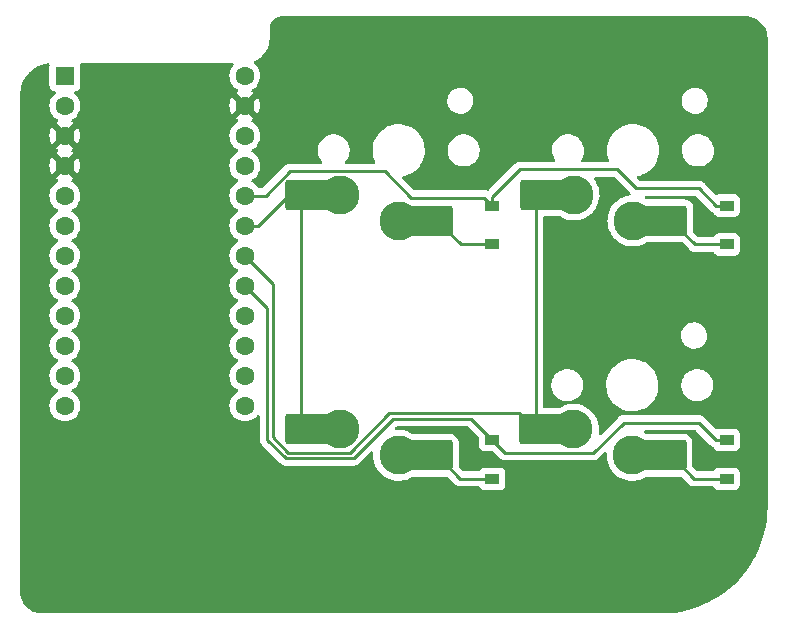
<source format=gbl>
G04 #@! TF.GenerationSoftware,KiCad,Pcbnew,(6.0.5)*
G04 #@! TF.CreationDate,2022-09-29T20:04:46+08:00*
G04 #@! TF.ProjectId,4k-keypad-pro-micro,346b2d6b-6579-4706-9164-2d70726f2d6d,rev?*
G04 #@! TF.SameCoordinates,Original*
G04 #@! TF.FileFunction,Copper,L2,Bot*
G04 #@! TF.FilePolarity,Positive*
%FSLAX46Y46*%
G04 Gerber Fmt 4.6, Leading zero omitted, Abs format (unit mm)*
G04 Created by KiCad (PCBNEW (6.0.5)) date 2022-09-29 20:04:46*
%MOMM*%
%LPD*%
G01*
G04 APERTURE LIST*
G04 Aperture macros list*
%AMRoundRect*
0 Rectangle with rounded corners*
0 $1 Rounding radius*
0 $2 $3 $4 $5 $6 $7 $8 $9 X,Y pos of 4 corners*
0 Add a 4 corners polygon primitive as box body*
4,1,4,$2,$3,$4,$5,$6,$7,$8,$9,$2,$3,0*
0 Add four circle primitives for the rounded corners*
1,1,$1+$1,$2,$3*
1,1,$1+$1,$4,$5*
1,1,$1+$1,$6,$7*
1,1,$1+$1,$8,$9*
0 Add four rect primitives between the rounded corners*
20,1,$1+$1,$2,$3,$4,$5,0*
20,1,$1+$1,$4,$5,$6,$7,0*
20,1,$1+$1,$6,$7,$8,$9,0*
20,1,$1+$1,$8,$9,$2,$3,0*%
G04 Aperture macros list end*
G04 #@! TA.AperFunction,ComponentPad*
%ADD10R,1.600000X1.600000*%
G04 #@! TD*
G04 #@! TA.AperFunction,ComponentPad*
%ADD11C,1.600000*%
G04 #@! TD*
G04 #@! TA.AperFunction,SMDPad,CuDef*
%ADD12R,1.200000X2.600000*%
G04 #@! TD*
G04 #@! TA.AperFunction,ComponentPad*
%ADD13C,3.300000*%
G04 #@! TD*
G04 #@! TA.AperFunction,SMDPad,CuDef*
%ADD14RoundRect,0.260000X1.065000X1.040000X-1.065000X1.040000X-1.065000X-1.040000X1.065000X-1.040000X0*%
G04 #@! TD*
G04 #@! TA.AperFunction,SMDPad,CuDef*
%ADD15R,1.200000X0.900000*%
G04 #@! TD*
G04 #@! TA.AperFunction,Conductor*
%ADD16C,0.254000*%
G04 #@! TD*
G04 APERTURE END LIST*
D10*
X101123750Y-72231250D03*
D11*
X101123750Y-74771250D03*
X101123750Y-77311250D03*
X101123750Y-79851250D03*
X101123750Y-82391250D03*
X101123750Y-84931250D03*
X101123750Y-87471250D03*
X101123750Y-90011250D03*
X101123750Y-92551250D03*
X101123750Y-95091250D03*
X101123750Y-97631250D03*
X101123750Y-100171250D03*
X116363750Y-100171250D03*
X116363750Y-97631250D03*
X116363750Y-95091250D03*
X116363750Y-92551250D03*
X116363750Y-90011250D03*
X116363750Y-87471250D03*
X116363750Y-84931250D03*
X116363750Y-82391250D03*
X116363750Y-79851250D03*
X116363750Y-77311250D03*
X116363750Y-74771250D03*
X116363750Y-72231250D03*
D12*
X142675000Y-82300000D03*
D13*
X144225000Y-82300000D03*
D14*
X140980000Y-82300000D03*
X152470000Y-84500000D03*
D13*
X149225000Y-84500000D03*
D12*
X150775000Y-84500000D03*
D15*
X137318750Y-103062500D03*
X137318750Y-106362500D03*
X157162500Y-83218750D03*
X157162500Y-86518750D03*
D12*
X142618750Y-102175000D03*
D14*
X140923750Y-102175000D03*
D13*
X144168750Y-102175000D03*
D12*
X150718750Y-104375000D03*
D14*
X152413750Y-104375000D03*
D13*
X149168750Y-104375000D03*
X124381250Y-102175000D03*
D12*
X122831250Y-102175000D03*
D14*
X121136250Y-102175000D03*
D13*
X129381250Y-104375000D03*
D14*
X132626250Y-104375000D03*
D12*
X130931250Y-104375000D03*
D15*
X157162500Y-103062500D03*
X157162500Y-106362500D03*
D12*
X122831250Y-82300000D03*
D13*
X124381250Y-82300000D03*
D14*
X121136250Y-82300000D03*
D12*
X130931250Y-84500000D03*
D14*
X132626250Y-84500000D03*
D13*
X129381250Y-84500000D03*
D15*
X137318750Y-83218750D03*
X137318750Y-86518750D03*
D16*
X128587500Y-100806250D02*
X125242239Y-104151511D01*
X140923750Y-102175000D02*
X139555000Y-100806250D01*
X120026511Y-104151511D02*
X118722270Y-102847270D01*
X118722270Y-102847270D02*
X118722270Y-89829770D01*
X125242239Y-104151511D02*
X120026511Y-104151511D01*
X140980000Y-82300000D02*
X140980000Y-102118750D01*
X139555000Y-100806250D02*
X128587500Y-100806250D01*
X118722270Y-89829770D02*
X116363750Y-87471250D01*
X120106250Y-82300000D02*
X117475000Y-84931250D01*
X117475000Y-84931250D02*
X116363750Y-84931250D01*
X121136250Y-82300000D02*
X121136250Y-102175000D01*
X145879739Y-104151511D02*
X148431250Y-101600000D01*
X118268750Y-91916250D02*
X118268750Y-103035124D01*
X138407761Y-104151511D02*
X145879739Y-104151511D01*
X125582469Y-104605031D02*
X128927730Y-101259770D01*
X119838657Y-104605031D02*
X125582469Y-104605031D01*
X148431250Y-101600000D02*
X154781250Y-101600000D01*
X116363750Y-90011250D02*
X118268750Y-91916250D01*
X156243750Y-103062500D02*
X157162500Y-103062500D01*
X137318750Y-103062500D02*
X138407761Y-104151511D01*
X118268750Y-103035124D02*
X119838657Y-104605031D01*
X135516020Y-101259770D02*
X137318750Y-103062500D01*
X128927730Y-101259770D02*
X135516020Y-101259770D01*
X154781250Y-101600000D02*
X156243750Y-103062500D01*
X118110536Y-82391250D02*
X116363750Y-82391250D01*
X130444605Y-82550000D02*
X128218094Y-80323489D01*
X149494605Y-81756250D02*
X154781250Y-81756250D01*
X120178297Y-80323489D02*
X118110536Y-82391250D01*
X137318750Y-83218750D02*
X137318750Y-82514750D01*
X137318750Y-83218750D02*
X136650000Y-82550000D01*
X136650000Y-82550000D02*
X130444605Y-82550000D01*
X147907105Y-80168750D02*
X149494605Y-81756250D01*
X128218094Y-80323489D02*
X120178297Y-80323489D01*
X154781250Y-81756250D02*
X156243750Y-83218750D01*
X139664750Y-80168750D02*
X147907105Y-80168750D01*
X137318750Y-82514750D02*
X139664750Y-80168750D01*
X156243750Y-83218750D02*
X157162500Y-83218750D01*
X132626250Y-84500000D02*
X134645000Y-86518750D01*
X134645000Y-86518750D02*
X137318750Y-86518750D01*
X154488750Y-86518750D02*
X157162500Y-86518750D01*
X152470000Y-84500000D02*
X154488750Y-86518750D01*
X132626250Y-104375000D02*
X134613750Y-106362500D01*
X134613750Y-106362500D02*
X137318750Y-106362500D01*
X152413750Y-104375000D02*
X154401250Y-106362500D01*
X154401250Y-106362500D02*
X157162500Y-106362500D01*
G04 #@! TA.AperFunction,Conductor*
G36*
X158720018Y-67185000D02*
G01*
X158734851Y-67187310D01*
X158734855Y-67187310D01*
X158743724Y-67188691D01*
X158752626Y-67187527D01*
X158752629Y-67187527D01*
X158760012Y-67186561D01*
X158784591Y-67185767D01*
X158811442Y-67187527D01*
X158986204Y-67198982D01*
X159002543Y-67201133D01*
X159226611Y-67245701D01*
X159242529Y-67249966D01*
X159458862Y-67323401D01*
X159474081Y-67329705D01*
X159648555Y-67415744D01*
X159678977Y-67430746D01*
X159693250Y-67438986D01*
X159883206Y-67565909D01*
X159896281Y-67575942D01*
X160068047Y-67726573D01*
X160079702Y-67738227D01*
X160230336Y-67909988D01*
X160240369Y-67923064D01*
X160367290Y-68113009D01*
X160375530Y-68127281D01*
X160468477Y-68315750D01*
X160476576Y-68332173D01*
X160482884Y-68347400D01*
X160556324Y-68563738D01*
X160560589Y-68579657D01*
X160605161Y-68803712D01*
X160607313Y-68820053D01*
X160620047Y-69014279D01*
X160618974Y-69038405D01*
X160618941Y-69041107D01*
X160617559Y-69049985D01*
X160618724Y-69058889D01*
X160621686Y-69081541D01*
X160622750Y-69097881D01*
X160622750Y-108694383D01*
X160621250Y-108713768D01*
X160618940Y-108728601D01*
X160618940Y-108728605D01*
X160617559Y-108737474D01*
X160618723Y-108746376D01*
X160618723Y-108746378D01*
X160620581Y-108760584D01*
X160621583Y-108780879D01*
X160605082Y-109305943D01*
X160604585Y-109313843D01*
X160552025Y-109869874D01*
X160551033Y-109877727D01*
X160463663Y-110429361D01*
X160462179Y-110437136D01*
X160340341Y-110982204D01*
X160338373Y-110989871D01*
X160182556Y-111526200D01*
X160180114Y-111533715D01*
X159990916Y-112059235D01*
X159988014Y-112066563D01*
X159766190Y-112579168D01*
X159762834Y-112586300D01*
X159621590Y-112863507D01*
X159509267Y-113083953D01*
X159505454Y-113090889D01*
X159221143Y-113571633D01*
X159216901Y-113578316D01*
X158902976Y-114040243D01*
X158898334Y-114046634D01*
X158555999Y-114487969D01*
X158550969Y-114494048D01*
X158181610Y-114913004D01*
X158176191Y-114918774D01*
X157781274Y-115313691D01*
X157775504Y-115319110D01*
X157356548Y-115688469D01*
X157350469Y-115693499D01*
X156909134Y-116035834D01*
X156902743Y-116040476D01*
X156440816Y-116354401D01*
X156434133Y-116358643D01*
X155953389Y-116642954D01*
X155946453Y-116646767D01*
X155448800Y-116900334D01*
X155441668Y-116903690D01*
X154929063Y-117125514D01*
X154921735Y-117128416D01*
X154396215Y-117317614D01*
X154388712Y-117320052D01*
X154189839Y-117377830D01*
X153852371Y-117475873D01*
X153844704Y-117477841D01*
X153299636Y-117599679D01*
X153291869Y-117601162D01*
X152740218Y-117688534D01*
X152732383Y-117689524D01*
X152495126Y-117711951D01*
X152176343Y-117742085D01*
X152168443Y-117742582D01*
X151650950Y-117758845D01*
X151627608Y-117757407D01*
X151621400Y-117756440D01*
X151621395Y-117756440D01*
X151612526Y-117755059D01*
X151603624Y-117756223D01*
X151603622Y-117756223D01*
X151590173Y-117757982D01*
X151580964Y-117759186D01*
X151564629Y-117760250D01*
X99268120Y-117760250D01*
X99248732Y-117758749D01*
X99233912Y-117756441D01*
X99233911Y-117756441D01*
X99225037Y-117755059D01*
X99208743Y-117757189D01*
X99184171Y-117757982D01*
X99038323Y-117748420D01*
X98982559Y-117744764D01*
X98966218Y-117742612D01*
X98742170Y-117698041D01*
X98726251Y-117693776D01*
X98615277Y-117656104D01*
X98509914Y-117620336D01*
X98494696Y-117614032D01*
X98289806Y-117512987D01*
X98275534Y-117504747D01*
X98085595Y-117377830D01*
X98072519Y-117367797D01*
X97900762Y-117217166D01*
X97889108Y-117205512D01*
X97738477Y-117033747D01*
X97728450Y-117020679D01*
X97601526Y-116830721D01*
X97593299Y-116816473D01*
X97492247Y-116611555D01*
X97485947Y-116596343D01*
X97412516Y-116380019D01*
X97408250Y-116364099D01*
X97363682Y-116140038D01*
X97361531Y-116123698D01*
X97349012Y-115932693D01*
X97350175Y-115909734D01*
X97349834Y-115909703D01*
X97350270Y-115904845D01*
X97351076Y-115900052D01*
X97351229Y-115887500D01*
X97347273Y-115859876D01*
X97346000Y-115842014D01*
X97346000Y-100171250D01*
X99810252Y-100171250D01*
X99830207Y-100399337D01*
X99831631Y-100404650D01*
X99831631Y-100404652D01*
X99880800Y-100588150D01*
X99889466Y-100620493D01*
X99891789Y-100625474D01*
X99891789Y-100625475D01*
X99983901Y-100823012D01*
X99983904Y-100823017D01*
X99986227Y-100827999D01*
X100047306Y-100915229D01*
X100098282Y-100988029D01*
X100117552Y-101015550D01*
X100279450Y-101177448D01*
X100283958Y-101180605D01*
X100283961Y-101180607D01*
X100362139Y-101235348D01*
X100467001Y-101308773D01*
X100471983Y-101311096D01*
X100471988Y-101311099D01*
X100669525Y-101403211D01*
X100674507Y-101405534D01*
X100679815Y-101406956D01*
X100679817Y-101406957D01*
X100890348Y-101463369D01*
X100890350Y-101463369D01*
X100895663Y-101464793D01*
X101123750Y-101484748D01*
X101351837Y-101464793D01*
X101357150Y-101463369D01*
X101357152Y-101463369D01*
X101567683Y-101406957D01*
X101567685Y-101406956D01*
X101572993Y-101405534D01*
X101577975Y-101403211D01*
X101775512Y-101311099D01*
X101775517Y-101311096D01*
X101780499Y-101308773D01*
X101885361Y-101235348D01*
X101963539Y-101180607D01*
X101963542Y-101180605D01*
X101968050Y-101177448D01*
X102129948Y-101015550D01*
X102149219Y-100988029D01*
X102200194Y-100915229D01*
X102261273Y-100827999D01*
X102263596Y-100823017D01*
X102263599Y-100823012D01*
X102355711Y-100625475D01*
X102355711Y-100625474D01*
X102358034Y-100620493D01*
X102366701Y-100588150D01*
X102415869Y-100404652D01*
X102415869Y-100404650D01*
X102417293Y-100399337D01*
X102437248Y-100171250D01*
X115050252Y-100171250D01*
X115070207Y-100399337D01*
X115071631Y-100404650D01*
X115071631Y-100404652D01*
X115120800Y-100588150D01*
X115129466Y-100620493D01*
X115131789Y-100625474D01*
X115131789Y-100625475D01*
X115223901Y-100823012D01*
X115223904Y-100823017D01*
X115226227Y-100827999D01*
X115287306Y-100915229D01*
X115338282Y-100988029D01*
X115357552Y-101015550D01*
X115519450Y-101177448D01*
X115523958Y-101180605D01*
X115523961Y-101180607D01*
X115602139Y-101235348D01*
X115707001Y-101308773D01*
X115711983Y-101311096D01*
X115711988Y-101311099D01*
X115909525Y-101403211D01*
X115914507Y-101405534D01*
X115919815Y-101406956D01*
X115919817Y-101406957D01*
X116130348Y-101463369D01*
X116130350Y-101463369D01*
X116135663Y-101464793D01*
X116363750Y-101484748D01*
X116591837Y-101464793D01*
X116597150Y-101463369D01*
X116597152Y-101463369D01*
X116807683Y-101406957D01*
X116807685Y-101406956D01*
X116812993Y-101405534D01*
X116817975Y-101403211D01*
X117015512Y-101311099D01*
X117015517Y-101311096D01*
X117020499Y-101308773D01*
X117125361Y-101235348D01*
X117203539Y-101180607D01*
X117203542Y-101180605D01*
X117208050Y-101177448D01*
X117369948Y-101015550D01*
X117389219Y-100988029D01*
X117404037Y-100966866D01*
X117459494Y-100922538D01*
X117530114Y-100915229D01*
X117593474Y-100947260D01*
X117629459Y-101008461D01*
X117633250Y-101039137D01*
X117633250Y-102956104D01*
X117632720Y-102967338D01*
X117631042Y-102974843D01*
X117631291Y-102982762D01*
X117633188Y-103043136D01*
X117633250Y-103047093D01*
X117633250Y-103075107D01*
X117633746Y-103079032D01*
X117633746Y-103079033D01*
X117633758Y-103079128D01*
X117634691Y-103090973D01*
X117636085Y-103135329D01*
X117638297Y-103142941D01*
X117641763Y-103154872D01*
X117645773Y-103174236D01*
X117648323Y-103194423D01*
X117651239Y-103201787D01*
X117651240Y-103201792D01*
X117664657Y-103235680D01*
X117668502Y-103246909D01*
X117680881Y-103289517D01*
X117684919Y-103296344D01*
X117684920Y-103296347D01*
X117691238Y-103307030D01*
X117699938Y-103324788D01*
X117704511Y-103336339D01*
X117704515Y-103336345D01*
X117707431Y-103343712D01*
X117712089Y-103350123D01*
X117712090Y-103350125D01*
X117733514Y-103379612D01*
X117740031Y-103389534D01*
X117758576Y-103420892D01*
X117758579Y-103420896D01*
X117762616Y-103427722D01*
X117777000Y-103442106D01*
X117789841Y-103457140D01*
X117801808Y-103473611D01*
X117807916Y-103478664D01*
X117836005Y-103501901D01*
X117844785Y-103509891D01*
X119333407Y-104998514D01*
X119340983Y-105006840D01*
X119345104Y-105013334D01*
X119350879Y-105018757D01*
X119394922Y-105060116D01*
X119397764Y-105062871D01*
X119417563Y-105082670D01*
X119420688Y-105085094D01*
X119420697Y-105085102D01*
X119420783Y-105085168D01*
X119429808Y-105092876D01*
X119462151Y-105123248D01*
X119469095Y-105127066D01*
X119469097Y-105127067D01*
X119479986Y-105133053D01*
X119496504Y-105143904D01*
X119512590Y-105156381D01*
X119553323Y-105174007D01*
X119563971Y-105179224D01*
X119575599Y-105185616D01*
X119602854Y-105200600D01*
X119610529Y-105202571D01*
X119610535Y-105202573D01*
X119622568Y-105205662D01*
X119641270Y-105212065D01*
X119659949Y-105220148D01*
X119693475Y-105225458D01*
X119703784Y-105227091D01*
X119715397Y-105229496D01*
X119758375Y-105240531D01*
X119778722Y-105240531D01*
X119798434Y-105242082D01*
X119818536Y-105245266D01*
X119826428Y-105244520D01*
X119862713Y-105241090D01*
X119874571Y-105240531D01*
X125503449Y-105240531D01*
X125514683Y-105241061D01*
X125522188Y-105242739D01*
X125590481Y-105240593D01*
X125594438Y-105240531D01*
X125622452Y-105240531D01*
X125626377Y-105240035D01*
X125626378Y-105240035D01*
X125626473Y-105240023D01*
X125638318Y-105239090D01*
X125668139Y-105238153D01*
X125674751Y-105237945D01*
X125674752Y-105237945D01*
X125682674Y-105237696D01*
X125702218Y-105232018D01*
X125721581Y-105228008D01*
X125733909Y-105226451D01*
X125733911Y-105226451D01*
X125741768Y-105225458D01*
X125749132Y-105222542D01*
X125749137Y-105222541D01*
X125783025Y-105209124D01*
X125794254Y-105205279D01*
X125810934Y-105200433D01*
X125836862Y-105192900D01*
X125843689Y-105188862D01*
X125843692Y-105188861D01*
X125854375Y-105182543D01*
X125872133Y-105173843D01*
X125883684Y-105169270D01*
X125883690Y-105169266D01*
X125891057Y-105166350D01*
X125900446Y-105159529D01*
X125926957Y-105140267D01*
X125936879Y-105133750D01*
X125968237Y-105115205D01*
X125968241Y-105115202D01*
X125975067Y-105111165D01*
X125989451Y-105096781D01*
X126004485Y-105083940D01*
X126014542Y-105076633D01*
X126020956Y-105071973D01*
X126049247Y-105037775D01*
X126057236Y-105028996D01*
X127017661Y-104068571D01*
X127079973Y-104034545D01*
X127150788Y-104039610D01*
X127207624Y-104082157D01*
X127232435Y-104148677D01*
X127232368Y-104167552D01*
X127227563Y-104228607D01*
X127217825Y-104352344D01*
X127234766Y-104646164D01*
X127235591Y-104650371D01*
X127235592Y-104650376D01*
X127258870Y-104769021D01*
X127291427Y-104934966D01*
X127292814Y-104939016D01*
X127292815Y-104939021D01*
X127385370Y-105209351D01*
X127386759Y-105213407D01*
X127408974Y-105257577D01*
X127510145Y-105458733D01*
X127518997Y-105476334D01*
X127521423Y-105479863D01*
X127521426Y-105479869D01*
X127565405Y-105543858D01*
X127685695Y-105718881D01*
X127883768Y-105936560D01*
X127887057Y-105939310D01*
X128106259Y-106122592D01*
X128106264Y-106122596D01*
X128109551Y-106125344D01*
X128202260Y-106183500D01*
X128355226Y-106279456D01*
X128355230Y-106279458D01*
X128358866Y-106281739D01*
X128431543Y-106314554D01*
X128623187Y-106401085D01*
X128623191Y-106401087D01*
X128627099Y-106402851D01*
X128631218Y-106404071D01*
X128905174Y-106485221D01*
X128905179Y-106485222D01*
X128909287Y-106486439D01*
X128913521Y-106487087D01*
X128913526Y-106487088D01*
X129195967Y-106530307D01*
X129195969Y-106530307D01*
X129200209Y-106530956D01*
X129350022Y-106533310D01*
X129490190Y-106535512D01*
X129490196Y-106535512D01*
X129494481Y-106535579D01*
X129786658Y-106500222D01*
X130071332Y-106425539D01*
X130343238Y-106312912D01*
X130535245Y-106200712D01*
X130598815Y-106183500D01*
X133483828Y-106183500D01*
X133551949Y-106203502D01*
X133572923Y-106220405D01*
X134108495Y-106755977D01*
X134116072Y-106764303D01*
X134120197Y-106770803D01*
X134125975Y-106776229D01*
X134125976Y-106776230D01*
X134170031Y-106817600D01*
X134172873Y-106820355D01*
X134192656Y-106840138D01*
X134195864Y-106842626D01*
X134204893Y-106850337D01*
X134237244Y-106880717D01*
X134244193Y-106884537D01*
X134255079Y-106890522D01*
X134271603Y-106901376D01*
X134287683Y-106913849D01*
X134294960Y-106916998D01*
X134328400Y-106931469D01*
X134339061Y-106936692D01*
X134370997Y-106954249D01*
X134371002Y-106954251D01*
X134377947Y-106958069D01*
X134385621Y-106960039D01*
X134385628Y-106960042D01*
X134397663Y-106963132D01*
X134416368Y-106969536D01*
X134427763Y-106974467D01*
X134435042Y-106977617D01*
X134462092Y-106981901D01*
X134478877Y-106984560D01*
X134490490Y-106986965D01*
X134533468Y-106998000D01*
X134553815Y-106998000D01*
X134573527Y-106999551D01*
X134593629Y-107002735D01*
X134601521Y-107001989D01*
X134637806Y-106998559D01*
X134649664Y-106998000D01*
X136161412Y-106998000D01*
X136229533Y-107018002D01*
X136268019Y-107059292D01*
X136268135Y-107059205D01*
X136268940Y-107060280D01*
X136268943Y-107060284D01*
X136355489Y-107175761D01*
X136472045Y-107263115D01*
X136608434Y-107314245D01*
X136670616Y-107321000D01*
X137966884Y-107321000D01*
X138029066Y-107314245D01*
X138165455Y-107263115D01*
X138282011Y-107175761D01*
X138369365Y-107059205D01*
X138420495Y-106922816D01*
X138427250Y-106860634D01*
X138427250Y-105864366D01*
X138420495Y-105802184D01*
X138369365Y-105665795D01*
X138282011Y-105549239D01*
X138165455Y-105461885D01*
X138029066Y-105410755D01*
X137966884Y-105404000D01*
X136670616Y-105404000D01*
X136608434Y-105410755D01*
X136472045Y-105461885D01*
X136355489Y-105549239D01*
X136268135Y-105665795D01*
X136267851Y-105665582D01*
X136221670Y-105711657D01*
X136161412Y-105727000D01*
X134929173Y-105727000D01*
X134861052Y-105706998D01*
X134840078Y-105690095D01*
X134496655Y-105346672D01*
X134462629Y-105284360D01*
X134459750Y-105257577D01*
X134459750Y-103250656D01*
X134459488Y-103246112D01*
X134453478Y-103220077D01*
X134423673Y-103090980D01*
X134420704Y-103078119D01*
X134345664Y-102922893D01*
X134341272Y-102917391D01*
X134341270Y-102917388D01*
X134242489Y-102793648D01*
X134238100Y-102788150D01*
X134232602Y-102783761D01*
X134108862Y-102684980D01*
X134108859Y-102684978D01*
X134103357Y-102680586D01*
X133948131Y-102605546D01*
X133874349Y-102588512D01*
X133785337Y-102567962D01*
X133785334Y-102567962D01*
X133780138Y-102566762D01*
X133775594Y-102566500D01*
X130596758Y-102566500D01*
X130530923Y-102547933D01*
X130504943Y-102532012D01*
X130383611Y-102457660D01*
X130379675Y-102455932D01*
X130118052Y-102341087D01*
X130118048Y-102341086D01*
X130114124Y-102339363D01*
X129831076Y-102258735D01*
X129826834Y-102258131D01*
X129826828Y-102258130D01*
X129543955Y-102217871D01*
X129539704Y-102217266D01*
X129384556Y-102216454D01*
X129249686Y-102215747D01*
X129249680Y-102215747D01*
X129245400Y-102215725D01*
X129181674Y-102224115D01*
X129111527Y-102213176D01*
X129058428Y-102166048D01*
X129039238Y-102097695D01*
X129060049Y-102029816D01*
X129076134Y-102010098D01*
X129154057Y-101932175D01*
X129216369Y-101898149D01*
X129243152Y-101895270D01*
X135200598Y-101895270D01*
X135268719Y-101915272D01*
X135289693Y-101932175D01*
X136173345Y-102815827D01*
X136207371Y-102878139D01*
X136210250Y-102904922D01*
X136210250Y-103560634D01*
X136217005Y-103622816D01*
X136268135Y-103759205D01*
X136355489Y-103875761D01*
X136472045Y-103963115D01*
X136608434Y-104014245D01*
X136670616Y-104021000D01*
X137326327Y-104021000D01*
X137394448Y-104041002D01*
X137415423Y-104057905D01*
X137902516Y-104544999D01*
X137910086Y-104553318D01*
X137914208Y-104559814D01*
X137919986Y-104565240D01*
X137919987Y-104565241D01*
X137964026Y-104606596D01*
X137966868Y-104609351D01*
X137986667Y-104629150D01*
X137989798Y-104631579D01*
X137989803Y-104631583D01*
X137989889Y-104631650D01*
X137998914Y-104639358D01*
X138025476Y-104664302D01*
X138025480Y-104664305D01*
X138031255Y-104669728D01*
X138038201Y-104673547D01*
X138038206Y-104673550D01*
X138049089Y-104679533D01*
X138065617Y-104690389D01*
X138075432Y-104698003D01*
X138075435Y-104698005D01*
X138081694Y-104702860D01*
X138088964Y-104706006D01*
X138088969Y-104706009D01*
X138122411Y-104720480D01*
X138133072Y-104725703D01*
X138165008Y-104743260D01*
X138165013Y-104743262D01*
X138171958Y-104747080D01*
X138179632Y-104749050D01*
X138179639Y-104749053D01*
X138191674Y-104752143D01*
X138210379Y-104758547D01*
X138221774Y-104763478D01*
X138229053Y-104766628D01*
X138244162Y-104769021D01*
X138272888Y-104773571D01*
X138284501Y-104775976D01*
X138327479Y-104787011D01*
X138347826Y-104787011D01*
X138367538Y-104788562D01*
X138387640Y-104791746D01*
X138395532Y-104791000D01*
X138431817Y-104787570D01*
X138443675Y-104787011D01*
X145800719Y-104787011D01*
X145811953Y-104787541D01*
X145819458Y-104789219D01*
X145887751Y-104787073D01*
X145891708Y-104787011D01*
X145919722Y-104787011D01*
X145923647Y-104786515D01*
X145923648Y-104786515D01*
X145923743Y-104786503D01*
X145935588Y-104785570D01*
X145965409Y-104784633D01*
X145972021Y-104784425D01*
X145972022Y-104784425D01*
X145979944Y-104784176D01*
X145999488Y-104778498D01*
X146018851Y-104774488D01*
X146031179Y-104772931D01*
X146031181Y-104772931D01*
X146039038Y-104771938D01*
X146046402Y-104769022D01*
X146046407Y-104769021D01*
X146080295Y-104755604D01*
X146091524Y-104751759D01*
X146108204Y-104746913D01*
X146134132Y-104739380D01*
X146140959Y-104735342D01*
X146140962Y-104735341D01*
X146151645Y-104729023D01*
X146169403Y-104720323D01*
X146180954Y-104715750D01*
X146180960Y-104715746D01*
X146188327Y-104712830D01*
X146197716Y-104706009D01*
X146224227Y-104686747D01*
X146234149Y-104680230D01*
X146265507Y-104661685D01*
X146265511Y-104661682D01*
X146272337Y-104657645D01*
X146286721Y-104643261D01*
X146301755Y-104630420D01*
X146311812Y-104623113D01*
X146318226Y-104618453D01*
X146346517Y-104584255D01*
X146354506Y-104575476D01*
X146800356Y-104129626D01*
X146862668Y-104095600D01*
X146933483Y-104100665D01*
X146990319Y-104143212D01*
X147015130Y-104209732D01*
X147015063Y-104228607D01*
X147005325Y-104352344D01*
X147022266Y-104646164D01*
X147023091Y-104650371D01*
X147023092Y-104650376D01*
X147046370Y-104769021D01*
X147078927Y-104934966D01*
X147080314Y-104939016D01*
X147080315Y-104939021D01*
X147172870Y-105209351D01*
X147174259Y-105213407D01*
X147196474Y-105257577D01*
X147297645Y-105458733D01*
X147306497Y-105476334D01*
X147308923Y-105479863D01*
X147308926Y-105479869D01*
X147352905Y-105543858D01*
X147473195Y-105718881D01*
X147671268Y-105936560D01*
X147674557Y-105939310D01*
X147893759Y-106122592D01*
X147893764Y-106122596D01*
X147897051Y-106125344D01*
X147989760Y-106183500D01*
X148142726Y-106279456D01*
X148142730Y-106279458D01*
X148146366Y-106281739D01*
X148219043Y-106314554D01*
X148410687Y-106401085D01*
X148410691Y-106401087D01*
X148414599Y-106402851D01*
X148418718Y-106404071D01*
X148692674Y-106485221D01*
X148692679Y-106485222D01*
X148696787Y-106486439D01*
X148701021Y-106487087D01*
X148701026Y-106487088D01*
X148983467Y-106530307D01*
X148983469Y-106530307D01*
X148987709Y-106530956D01*
X149137522Y-106533310D01*
X149277690Y-106535512D01*
X149277696Y-106535512D01*
X149281981Y-106535579D01*
X149574158Y-106500222D01*
X149858832Y-106425539D01*
X150130738Y-106312912D01*
X150322745Y-106200712D01*
X150386315Y-106183500D01*
X153271328Y-106183500D01*
X153339449Y-106203502D01*
X153360423Y-106220405D01*
X153895995Y-106755977D01*
X153903572Y-106764303D01*
X153907697Y-106770803D01*
X153913475Y-106776229D01*
X153913476Y-106776230D01*
X153957531Y-106817600D01*
X153960373Y-106820355D01*
X153980156Y-106840138D01*
X153983364Y-106842626D01*
X153992393Y-106850337D01*
X154024744Y-106880717D01*
X154031693Y-106884537D01*
X154042579Y-106890522D01*
X154059103Y-106901376D01*
X154075183Y-106913849D01*
X154082460Y-106916998D01*
X154115900Y-106931469D01*
X154126561Y-106936692D01*
X154158497Y-106954249D01*
X154158502Y-106954251D01*
X154165447Y-106958069D01*
X154173121Y-106960039D01*
X154173128Y-106960042D01*
X154185163Y-106963132D01*
X154203868Y-106969536D01*
X154215263Y-106974467D01*
X154222542Y-106977617D01*
X154249592Y-106981901D01*
X154266377Y-106984560D01*
X154277990Y-106986965D01*
X154320968Y-106998000D01*
X154341315Y-106998000D01*
X154361027Y-106999551D01*
X154381129Y-107002735D01*
X154389021Y-107001989D01*
X154425306Y-106998559D01*
X154437164Y-106998000D01*
X156005162Y-106998000D01*
X156073283Y-107018002D01*
X156111769Y-107059292D01*
X156111885Y-107059205D01*
X156112690Y-107060280D01*
X156112693Y-107060284D01*
X156199239Y-107175761D01*
X156315795Y-107263115D01*
X156452184Y-107314245D01*
X156514366Y-107321000D01*
X157810634Y-107321000D01*
X157872816Y-107314245D01*
X158009205Y-107263115D01*
X158125761Y-107175761D01*
X158213115Y-107059205D01*
X158264245Y-106922816D01*
X158271000Y-106860634D01*
X158271000Y-105864366D01*
X158264245Y-105802184D01*
X158213115Y-105665795D01*
X158125761Y-105549239D01*
X158009205Y-105461885D01*
X157872816Y-105410755D01*
X157810634Y-105404000D01*
X156514366Y-105404000D01*
X156452184Y-105410755D01*
X156315795Y-105461885D01*
X156199239Y-105549239D01*
X156111885Y-105665795D01*
X156111601Y-105665582D01*
X156065420Y-105711657D01*
X156005162Y-105727000D01*
X154716673Y-105727000D01*
X154648552Y-105706998D01*
X154627578Y-105690095D01*
X154284155Y-105346672D01*
X154250129Y-105284360D01*
X154247250Y-105257577D01*
X154247250Y-103250656D01*
X154246988Y-103246112D01*
X154240978Y-103220077D01*
X154211173Y-103090980D01*
X154208204Y-103078119D01*
X154133164Y-102922893D01*
X154128772Y-102917391D01*
X154128770Y-102917388D01*
X154029989Y-102793648D01*
X154025600Y-102788150D01*
X154020102Y-102783761D01*
X153896362Y-102684980D01*
X153896359Y-102684978D01*
X153890857Y-102680586D01*
X153735631Y-102605546D01*
X153661849Y-102588512D01*
X153572837Y-102567962D01*
X153572834Y-102567962D01*
X153567638Y-102566762D01*
X153563094Y-102566500D01*
X150384258Y-102566500D01*
X150318423Y-102547933D01*
X150292443Y-102532012D01*
X150189507Y-102468933D01*
X150141876Y-102416285D01*
X150130269Y-102346244D01*
X150158372Y-102281046D01*
X150217263Y-102241392D01*
X150255342Y-102235500D01*
X154465828Y-102235500D01*
X154533949Y-102255502D01*
X154554923Y-102272405D01*
X155738495Y-103455977D01*
X155746072Y-103464303D01*
X155750197Y-103470803D01*
X155755975Y-103476229D01*
X155755976Y-103476230D01*
X155800031Y-103517600D01*
X155802873Y-103520355D01*
X155822656Y-103540138D01*
X155825864Y-103542626D01*
X155834893Y-103550337D01*
X155867244Y-103580717D01*
X155874193Y-103584537D01*
X155885079Y-103590522D01*
X155901603Y-103601376D01*
X155917683Y-103613849D01*
X155924960Y-103616998D01*
X155958400Y-103631469D01*
X155969061Y-103636692D01*
X156000997Y-103654249D01*
X156001002Y-103654251D01*
X156007947Y-103658069D01*
X156015626Y-103660040D01*
X156015627Y-103660041D01*
X156017405Y-103660498D01*
X156018646Y-103661237D01*
X156022996Y-103662959D01*
X156022718Y-103663661D01*
X156078411Y-103696813D01*
X156104050Y-103738307D01*
X156108732Y-103750795D01*
X156111885Y-103759205D01*
X156199239Y-103875761D01*
X156315795Y-103963115D01*
X156452184Y-104014245D01*
X156514366Y-104021000D01*
X157810634Y-104021000D01*
X157872816Y-104014245D01*
X158009205Y-103963115D01*
X158125761Y-103875761D01*
X158213115Y-103759205D01*
X158264245Y-103622816D01*
X158271000Y-103560634D01*
X158271000Y-102564366D01*
X158264245Y-102502184D01*
X158213115Y-102365795D01*
X158125761Y-102249239D01*
X158009205Y-102161885D01*
X157872816Y-102110755D01*
X157810634Y-102104000D01*
X156514366Y-102104000D01*
X156452184Y-102110755D01*
X156337986Y-102153566D01*
X156267180Y-102158749D01*
X156204662Y-102124679D01*
X155286500Y-101206517D01*
X155278924Y-101198191D01*
X155274803Y-101191697D01*
X155224984Y-101144914D01*
X155222143Y-101142160D01*
X155202344Y-101122361D01*
X155199219Y-101119937D01*
X155199210Y-101119929D01*
X155199124Y-101119863D01*
X155190099Y-101112155D01*
X155163535Y-101087210D01*
X155157756Y-101081783D01*
X155139919Y-101071977D01*
X155123403Y-101061127D01*
X155107317Y-101048650D01*
X155066584Y-101031024D01*
X155055936Y-101025807D01*
X155031061Y-101012132D01*
X155017053Y-101004431D01*
X155009378Y-101002460D01*
X155009372Y-101002458D01*
X154997339Y-100999369D01*
X154978637Y-100992966D01*
X154959958Y-100984883D01*
X154920163Y-100978580D01*
X154916123Y-100977940D01*
X154904510Y-100975535D01*
X154861532Y-100964500D01*
X154841185Y-100964500D01*
X154821474Y-100962949D01*
X154809200Y-100961005D01*
X154801371Y-100959765D01*
X154793479Y-100960511D01*
X154757194Y-100963941D01*
X154745336Y-100964500D01*
X148510270Y-100964500D01*
X148499041Y-100963971D01*
X148491531Y-100962292D01*
X148483605Y-100962541D01*
X148483604Y-100962541D01*
X148423252Y-100964438D01*
X148419294Y-100964500D01*
X148391267Y-100964500D01*
X148387221Y-100965011D01*
X148375393Y-100965942D01*
X148331045Y-100967336D01*
X148323428Y-100969549D01*
X148311503Y-100973013D01*
X148292144Y-100977022D01*
X148290883Y-100977181D01*
X148271951Y-100979573D01*
X148264587Y-100982489D01*
X148264582Y-100982490D01*
X148242671Y-100991166D01*
X148230678Y-100995914D01*
X148219474Y-100999751D01*
X148176857Y-101012132D01*
X148164488Y-101019447D01*
X148159344Y-101022489D01*
X148141593Y-101031185D01*
X148130035Y-101035761D01*
X148130030Y-101035764D01*
X148122662Y-101038681D01*
X148116247Y-101043342D01*
X148086757Y-101064767D01*
X148076835Y-101071284D01*
X148045478Y-101089828D01*
X148045475Y-101089830D01*
X148038651Y-101093866D01*
X148024264Y-101108253D01*
X148009230Y-101121094D01*
X147992763Y-101133058D01*
X147987710Y-101139166D01*
X147964478Y-101167249D01*
X147956488Y-101176029D01*
X146520399Y-102612118D01*
X146458087Y-102646144D01*
X146387272Y-102641079D01*
X146330436Y-102598532D01*
X146305625Y-102532012D01*
X146305803Y-102511823D01*
X146331599Y-102222779D01*
X146331599Y-102222770D01*
X146331819Y-102220310D01*
X146332100Y-102193555D01*
X146332268Y-102177484D01*
X146332268Y-102177483D01*
X146332294Y-102175000D01*
X146328864Y-102124679D01*
X146312569Y-101885650D01*
X146312568Y-101885644D01*
X146312277Y-101881373D01*
X146252595Y-101593180D01*
X146154353Y-101315753D01*
X146063209Y-101139166D01*
X146021333Y-101058033D01*
X146021333Y-101058032D01*
X146019368Y-101054226D01*
X146008764Y-101039137D01*
X145852606Y-100816948D01*
X145852605Y-100816947D01*
X145850139Y-100813438D01*
X145649798Y-100597844D01*
X145632198Y-100583438D01*
X145425368Y-100414151D01*
X145422050Y-100411435D01*
X145171111Y-100257660D01*
X145164824Y-100254900D01*
X144905552Y-100141087D01*
X144905548Y-100141086D01*
X144901624Y-100139363D01*
X144618576Y-100058735D01*
X144614334Y-100058131D01*
X144614328Y-100058130D01*
X144331455Y-100017871D01*
X144327204Y-100017266D01*
X144172056Y-100016454D01*
X144037186Y-100015747D01*
X144037180Y-100015747D01*
X144032900Y-100015725D01*
X144028656Y-100016284D01*
X144028652Y-100016284D01*
X143900091Y-100033210D01*
X143741110Y-100054140D01*
X143736970Y-100055273D01*
X143736968Y-100055273D01*
X143720011Y-100059912D01*
X143457233Y-100131800D01*
X143453283Y-100133485D01*
X143190464Y-100245586D01*
X143190457Y-100245590D01*
X143186522Y-100247268D01*
X143021100Y-100346271D01*
X143017182Y-100348616D01*
X142952476Y-100366500D01*
X141741500Y-100366500D01*
X141673379Y-100346498D01*
X141626886Y-100292842D01*
X141615500Y-100240500D01*
X141615500Y-98360774D01*
X142306852Y-98360774D01*
X142315501Y-98591158D01*
X142316596Y-98596377D01*
X142333268Y-98675835D01*
X142362843Y-98816791D01*
X142364801Y-98821750D01*
X142364802Y-98821752D01*
X142421161Y-98964460D01*
X142447526Y-99031221D01*
X142450293Y-99035780D01*
X142450294Y-99035783D01*
X142458889Y-99049947D01*
X142567127Y-99228317D01*
X142570624Y-99232347D01*
X142694962Y-99375634D01*
X142718227Y-99402445D01*
X142722358Y-99405832D01*
X142892377Y-99545240D01*
X142892383Y-99545244D01*
X142896505Y-99548624D01*
X142901141Y-99551263D01*
X142901144Y-99551265D01*
X142953573Y-99581109D01*
X143096864Y-99662675D01*
X143313575Y-99741337D01*
X143318824Y-99742286D01*
X143318827Y-99742287D01*
X143536358Y-99781623D01*
X143536365Y-99781624D01*
X143540442Y-99782361D01*
X143558164Y-99783197D01*
X143563106Y-99783430D01*
X143563113Y-99783430D01*
X143564594Y-99783500D01*
X143726640Y-99783500D01*
X143793559Y-99777822D01*
X143893159Y-99769371D01*
X143893163Y-99769370D01*
X143898470Y-99768920D01*
X143903625Y-99767582D01*
X143903631Y-99767581D01*
X144116453Y-99712343D01*
X144116457Y-99712342D01*
X144121622Y-99711001D01*
X144126488Y-99708809D01*
X144126491Y-99708808D01*
X144326952Y-99618507D01*
X144331825Y-99616312D01*
X144523069Y-99487559D01*
X144689885Y-99328424D01*
X144827504Y-99143458D01*
X144931990Y-98937949D01*
X144943076Y-98902249D01*
X144998774Y-98722871D01*
X145000357Y-98717773D01*
X145005915Y-98675835D01*
X145029948Y-98494511D01*
X145029948Y-98494506D01*
X145030648Y-98489226D01*
X145029978Y-98471355D01*
X146955792Y-98471355D01*
X146956155Y-98475503D01*
X146956155Y-98475507D01*
X146965807Y-98585827D01*
X146981363Y-98763625D01*
X146982273Y-98767697D01*
X146982274Y-98767702D01*
X147041218Y-99031401D01*
X147045363Y-99049947D01*
X147146669Y-99325288D01*
X147148616Y-99328981D01*
X147148617Y-99328983D01*
X147264421Y-99548624D01*
X147283501Y-99584813D01*
X147453455Y-99823961D01*
X147653544Y-100038531D01*
X147880254Y-100224752D01*
X148129601Y-100379354D01*
X148133418Y-100381070D01*
X148133421Y-100381071D01*
X148174065Y-100399337D01*
X148397206Y-100499620D01*
X148476152Y-100523155D01*
X148674368Y-100582247D01*
X148674376Y-100582249D01*
X148678365Y-100583438D01*
X148682481Y-100584090D01*
X148682486Y-100584091D01*
X148964672Y-100628784D01*
X148964677Y-100628784D01*
X148968140Y-100629333D01*
X149017236Y-100631563D01*
X149058482Y-100633436D01*
X149058501Y-100633436D01*
X149059901Y-100633500D01*
X149243170Y-100633500D01*
X149461492Y-100618999D01*
X149749091Y-100561009D01*
X150026494Y-100465492D01*
X150030236Y-100463618D01*
X150030241Y-100463616D01*
X150285083Y-100336000D01*
X150285085Y-100335999D01*
X150288827Y-100334125D01*
X150487344Y-100199213D01*
X150528023Y-100171568D01*
X150528026Y-100171566D01*
X150531482Y-100169217D01*
X150703129Y-100015747D01*
X150747078Y-99976452D01*
X150747079Y-99976451D01*
X150750195Y-99973665D01*
X150941123Y-99750905D01*
X151046769Y-99588225D01*
X151098634Y-99508360D01*
X151098637Y-99508355D01*
X151100913Y-99504850D01*
X151226757Y-99239823D01*
X151229158Y-99232347D01*
X151315166Y-98964460D01*
X151316444Y-98960480D01*
X151368399Y-98671730D01*
X151377308Y-98475550D01*
X151381519Y-98382815D01*
X151381519Y-98382810D01*
X151381708Y-98378645D01*
X151380145Y-98360774D01*
X153306852Y-98360774D01*
X153315501Y-98591158D01*
X153316596Y-98596377D01*
X153333268Y-98675835D01*
X153362843Y-98816791D01*
X153364801Y-98821750D01*
X153364802Y-98821752D01*
X153421161Y-98964460D01*
X153447526Y-99031221D01*
X153450293Y-99035780D01*
X153450294Y-99035783D01*
X153458889Y-99049947D01*
X153567127Y-99228317D01*
X153570624Y-99232347D01*
X153694962Y-99375634D01*
X153718227Y-99402445D01*
X153722358Y-99405832D01*
X153892377Y-99545240D01*
X153892383Y-99545244D01*
X153896505Y-99548624D01*
X153901141Y-99551263D01*
X153901144Y-99551265D01*
X153953573Y-99581109D01*
X154096864Y-99662675D01*
X154313575Y-99741337D01*
X154318824Y-99742286D01*
X154318827Y-99742287D01*
X154536358Y-99781623D01*
X154536365Y-99781624D01*
X154540442Y-99782361D01*
X154558164Y-99783197D01*
X154563106Y-99783430D01*
X154563113Y-99783430D01*
X154564594Y-99783500D01*
X154726640Y-99783500D01*
X154793559Y-99777822D01*
X154893159Y-99769371D01*
X154893163Y-99769370D01*
X154898470Y-99768920D01*
X154903625Y-99767582D01*
X154903631Y-99767581D01*
X155116453Y-99712343D01*
X155116457Y-99712342D01*
X155121622Y-99711001D01*
X155126488Y-99708809D01*
X155126491Y-99708808D01*
X155326952Y-99618507D01*
X155331825Y-99616312D01*
X155523069Y-99487559D01*
X155689885Y-99328424D01*
X155827504Y-99143458D01*
X155931990Y-98937949D01*
X155943076Y-98902249D01*
X155998774Y-98722871D01*
X156000357Y-98717773D01*
X156005915Y-98675835D01*
X156029948Y-98494511D01*
X156029948Y-98494506D01*
X156030648Y-98489226D01*
X156029869Y-98468461D01*
X156023263Y-98292507D01*
X156021999Y-98258842D01*
X156005094Y-98178270D01*
X155975752Y-98038428D01*
X155974657Y-98033209D01*
X155917911Y-97889520D01*
X155891935Y-97823744D01*
X155891934Y-97823742D01*
X155889974Y-97818779D01*
X155881086Y-97804131D01*
X155773140Y-97626243D01*
X155770373Y-97621683D01*
X155683020Y-97521017D01*
X155622773Y-97451588D01*
X155622771Y-97451586D01*
X155619273Y-97447555D01*
X155558651Y-97397848D01*
X155445123Y-97304760D01*
X155445117Y-97304756D01*
X155440995Y-97301376D01*
X155436359Y-97298737D01*
X155436356Y-97298735D01*
X155245279Y-97189968D01*
X155240636Y-97187325D01*
X155023925Y-97108663D01*
X155018676Y-97107714D01*
X155018673Y-97107713D01*
X154801142Y-97068377D01*
X154801135Y-97068376D01*
X154797058Y-97067639D01*
X154779336Y-97066803D01*
X154774394Y-97066570D01*
X154774387Y-97066570D01*
X154772906Y-97066500D01*
X154610860Y-97066500D01*
X154543941Y-97072178D01*
X154444341Y-97080629D01*
X154444337Y-97080630D01*
X154439030Y-97081080D01*
X154433875Y-97082418D01*
X154433869Y-97082419D01*
X154221047Y-97137657D01*
X154221043Y-97137658D01*
X154215878Y-97138999D01*
X154211012Y-97141191D01*
X154211009Y-97141192D01*
X154102730Y-97189968D01*
X154005675Y-97233688D01*
X153814431Y-97362441D01*
X153647615Y-97521576D01*
X153509996Y-97706542D01*
X153405510Y-97912051D01*
X153403928Y-97917145D01*
X153403927Y-97917148D01*
X153350088Y-98090537D01*
X153337143Y-98132227D01*
X153336442Y-98137516D01*
X153321054Y-98253623D01*
X153306852Y-98360774D01*
X151380145Y-98360774D01*
X151356501Y-98090537D01*
X151356137Y-98086375D01*
X151355226Y-98082298D01*
X151293049Y-97804131D01*
X151293047Y-97804124D01*
X151292137Y-97800053D01*
X151190831Y-97524712D01*
X151126746Y-97403163D01*
X151055952Y-97268891D01*
X151055951Y-97268890D01*
X151053999Y-97265187D01*
X150884045Y-97026039D01*
X150683956Y-96811469D01*
X150457246Y-96625248D01*
X150207899Y-96470646D01*
X150204082Y-96468930D01*
X150204079Y-96468929D01*
X150114182Y-96428528D01*
X149940294Y-96350380D01*
X149852344Y-96324161D01*
X149663132Y-96267753D01*
X149663124Y-96267751D01*
X149659135Y-96266562D01*
X149655019Y-96265910D01*
X149655014Y-96265909D01*
X149372828Y-96221216D01*
X149372823Y-96221216D01*
X149369360Y-96220667D01*
X149320264Y-96218437D01*
X149279018Y-96216564D01*
X149278999Y-96216564D01*
X149277599Y-96216500D01*
X149094330Y-96216500D01*
X148876008Y-96231001D01*
X148588409Y-96288991D01*
X148311006Y-96384508D01*
X148307264Y-96386382D01*
X148307259Y-96386384D01*
X148097546Y-96491401D01*
X148048673Y-96515875D01*
X147806018Y-96680783D01*
X147587305Y-96876335D01*
X147396377Y-97099095D01*
X147388981Y-97110484D01*
X147257184Y-97313434D01*
X147236587Y-97345150D01*
X147110743Y-97610177D01*
X147109464Y-97614160D01*
X147109463Y-97614163D01*
X147107049Y-97621683D01*
X147021056Y-97889520D01*
X146969101Y-98178270D01*
X146961722Y-98340767D01*
X146958703Y-98407260D01*
X146955792Y-98471355D01*
X145029978Y-98471355D01*
X145029869Y-98468461D01*
X145023263Y-98292507D01*
X145021999Y-98258842D01*
X145005094Y-98178270D01*
X144975752Y-98038428D01*
X144974657Y-98033209D01*
X144917911Y-97889520D01*
X144891935Y-97823744D01*
X144891934Y-97823742D01*
X144889974Y-97818779D01*
X144881086Y-97804131D01*
X144773140Y-97626243D01*
X144770373Y-97621683D01*
X144683020Y-97521017D01*
X144622773Y-97451588D01*
X144622771Y-97451586D01*
X144619273Y-97447555D01*
X144558651Y-97397848D01*
X144445123Y-97304760D01*
X144445117Y-97304756D01*
X144440995Y-97301376D01*
X144436359Y-97298737D01*
X144436356Y-97298735D01*
X144245279Y-97189968D01*
X144240636Y-97187325D01*
X144023925Y-97108663D01*
X144018676Y-97107714D01*
X144018673Y-97107713D01*
X143801142Y-97068377D01*
X143801135Y-97068376D01*
X143797058Y-97067639D01*
X143779336Y-97066803D01*
X143774394Y-97066570D01*
X143774387Y-97066570D01*
X143772906Y-97066500D01*
X143610860Y-97066500D01*
X143543941Y-97072178D01*
X143444341Y-97080629D01*
X143444337Y-97080630D01*
X143439030Y-97081080D01*
X143433875Y-97082418D01*
X143433869Y-97082419D01*
X143221047Y-97137657D01*
X143221043Y-97137658D01*
X143215878Y-97138999D01*
X143211012Y-97141191D01*
X143211009Y-97141192D01*
X143102730Y-97189968D01*
X143005675Y-97233688D01*
X142814431Y-97362441D01*
X142647615Y-97521576D01*
X142509996Y-97706542D01*
X142405510Y-97912051D01*
X142403928Y-97917145D01*
X142403927Y-97917148D01*
X142350088Y-98090537D01*
X142337143Y-98132227D01*
X142336442Y-98137516D01*
X142321054Y-98253623D01*
X142306852Y-98360774D01*
X141615500Y-98360774D01*
X141615500Y-94170604D01*
X153276537Y-94170604D01*
X153286317Y-94381899D01*
X153335875Y-94587534D01*
X153338357Y-94592992D01*
X153338358Y-94592996D01*
X153381803Y-94688546D01*
X153423424Y-94780087D01*
X153545804Y-94952611D01*
X153550131Y-94956753D01*
X153690629Y-95091250D01*
X153698600Y-95098881D01*
X153876298Y-95213620D01*
X153881864Y-95215863D01*
X154066918Y-95290442D01*
X154066921Y-95290443D01*
X154072487Y-95292686D01*
X154280087Y-95333228D01*
X154285649Y-95333500D01*
X154441596Y-95333500D01*
X154599316Y-95318452D01*
X154802284Y-95258908D01*
X154885861Y-95215863D01*
X154984999Y-95164804D01*
X154985002Y-95164802D01*
X154990330Y-95162058D01*
X155156670Y-95031396D01*
X155160602Y-95026865D01*
X155160605Y-95026862D01*
X155291371Y-94876167D01*
X155295302Y-94871637D01*
X155298302Y-94866451D01*
X155298305Y-94866447D01*
X155398217Y-94693742D01*
X155401223Y-94688546D01*
X155470611Y-94488729D01*
X155478474Y-94434501D01*
X155500102Y-94285336D01*
X155500102Y-94285333D01*
X155500963Y-94279396D01*
X155491183Y-94068101D01*
X155441625Y-93862466D01*
X155439125Y-93856966D01*
X155386834Y-93741959D01*
X155354076Y-93669913D01*
X155231696Y-93497389D01*
X155078900Y-93351119D01*
X154901202Y-93236380D01*
X154818405Y-93203012D01*
X154710582Y-93159558D01*
X154710579Y-93159557D01*
X154705013Y-93157314D01*
X154497413Y-93116772D01*
X154491851Y-93116500D01*
X154335904Y-93116500D01*
X154178184Y-93131548D01*
X153975216Y-93191092D01*
X153969889Y-93193836D01*
X153969888Y-93193836D01*
X153792501Y-93285196D01*
X153792498Y-93285198D01*
X153787170Y-93287942D01*
X153620830Y-93418604D01*
X153616898Y-93423135D01*
X153616895Y-93423138D01*
X153548224Y-93502275D01*
X153482198Y-93578363D01*
X153479198Y-93583549D01*
X153479195Y-93583553D01*
X153432062Y-93665026D01*
X153376277Y-93761454D01*
X153306889Y-93961271D01*
X153306028Y-93967206D01*
X153306028Y-93967208D01*
X153288942Y-94085052D01*
X153276537Y-94170604D01*
X141615500Y-94170604D01*
X141615500Y-84234500D01*
X141635502Y-84166379D01*
X141689158Y-84119886D01*
X141741500Y-84108500D01*
X143009762Y-84108500D01*
X143076718Y-84127763D01*
X143198976Y-84204456D01*
X143198980Y-84204458D01*
X143202616Y-84206739D01*
X143275293Y-84239554D01*
X143466937Y-84326085D01*
X143466941Y-84326087D01*
X143470849Y-84327851D01*
X143474968Y-84329071D01*
X143748924Y-84410221D01*
X143748929Y-84410222D01*
X143753037Y-84411439D01*
X143757271Y-84412087D01*
X143757276Y-84412088D01*
X144039717Y-84455307D01*
X144039719Y-84455307D01*
X144043959Y-84455956D01*
X144193772Y-84458310D01*
X144333940Y-84460512D01*
X144333946Y-84460512D01*
X144338231Y-84460579D01*
X144630408Y-84425222D01*
X144915082Y-84350539D01*
X145186988Y-84237912D01*
X145384462Y-84122517D01*
X145437389Y-84091589D01*
X145437390Y-84091588D01*
X145441092Y-84089425D01*
X145672694Y-83907827D01*
X145683778Y-83896390D01*
X145846446Y-83728528D01*
X145877506Y-83696476D01*
X146051741Y-83459285D01*
X146071703Y-83422520D01*
X146190122Y-83204418D01*
X146190123Y-83204416D01*
X146192172Y-83200642D01*
X146258355Y-83025495D01*
X146294685Y-82929351D01*
X146294686Y-82929347D01*
X146296203Y-82925333D01*
X146349698Y-82691762D01*
X146360949Y-82642637D01*
X146360950Y-82642633D01*
X146361907Y-82638453D01*
X146363092Y-82625183D01*
X146387849Y-82347776D01*
X146387849Y-82347774D01*
X146388069Y-82345310D01*
X146388544Y-82300000D01*
X146387244Y-82280929D01*
X146368819Y-82010650D01*
X146368818Y-82010644D01*
X146368527Y-82006373D01*
X146355198Y-81942007D01*
X146309714Y-81722377D01*
X146308845Y-81718180D01*
X146210603Y-81440753D01*
X146126915Y-81278611D01*
X146077583Y-81183033D01*
X146077583Y-81183032D01*
X146075618Y-81179226D01*
X146062585Y-81160681D01*
X145951554Y-81002701D01*
X145928749Y-80935466D01*
X145945914Y-80866576D01*
X145997599Y-80817902D01*
X146054641Y-80804250D01*
X147591683Y-80804250D01*
X147659804Y-80824252D01*
X147680778Y-80841155D01*
X148989070Y-82149448D01*
X149023096Y-82211760D01*
X149018031Y-82282576D01*
X148975484Y-82339411D01*
X148916422Y-82363465D01*
X148866216Y-82370075D01*
X148797360Y-82379140D01*
X148793220Y-82380273D01*
X148793218Y-82380273D01*
X148531091Y-82451983D01*
X148513483Y-82456800D01*
X148509533Y-82458485D01*
X148246714Y-82570586D01*
X148246707Y-82570590D01*
X148242772Y-82572268D01*
X148164126Y-82619337D01*
X147993918Y-82721204D01*
X147993914Y-82721207D01*
X147990236Y-82723408D01*
X147760549Y-82907422D01*
X147757605Y-82910524D01*
X147757601Y-82910528D01*
X147560911Y-83117796D01*
X147557961Y-83120905D01*
X147386220Y-83359908D01*
X147248504Y-83620007D01*
X147219642Y-83698876D01*
X147172479Y-83827756D01*
X147147362Y-83896390D01*
X147084666Y-84183943D01*
X147084330Y-84188213D01*
X147065637Y-84425737D01*
X147061575Y-84477344D01*
X147078516Y-84771164D01*
X147135177Y-85059966D01*
X147230509Y-85338407D01*
X147249005Y-85375183D01*
X147346877Y-85569779D01*
X147362747Y-85601334D01*
X147365173Y-85604863D01*
X147365176Y-85604869D01*
X147434331Y-85705489D01*
X147529445Y-85843881D01*
X147727518Y-86061560D01*
X147730807Y-86064310D01*
X147950009Y-86247592D01*
X147950014Y-86247596D01*
X147953301Y-86250344D01*
X147982289Y-86268528D01*
X148198976Y-86404456D01*
X148198980Y-86404458D01*
X148202616Y-86406739D01*
X148275293Y-86439554D01*
X148466937Y-86526085D01*
X148466941Y-86526087D01*
X148470849Y-86527851D01*
X148474968Y-86529071D01*
X148748924Y-86610221D01*
X148748929Y-86610222D01*
X148753037Y-86611439D01*
X148757271Y-86612087D01*
X148757276Y-86612088D01*
X149039717Y-86655307D01*
X149039719Y-86655307D01*
X149043959Y-86655956D01*
X149193772Y-86658310D01*
X149333940Y-86660512D01*
X149333946Y-86660512D01*
X149338231Y-86660579D01*
X149630408Y-86625222D01*
X149915082Y-86550539D01*
X150186988Y-86437912D01*
X150378995Y-86325712D01*
X150442565Y-86308500D01*
X153327577Y-86308500D01*
X153395698Y-86328502D01*
X153416672Y-86345405D01*
X153983500Y-86912233D01*
X153991076Y-86920559D01*
X153995197Y-86927053D01*
X154000972Y-86932476D01*
X154045015Y-86973835D01*
X154047857Y-86976590D01*
X154067656Y-86996389D01*
X154070787Y-86998818D01*
X154070792Y-86998822D01*
X154070878Y-86998889D01*
X154079903Y-87006597D01*
X154112244Y-87036967D01*
X154119189Y-87040785D01*
X154119193Y-87040788D01*
X154130084Y-87046776D01*
X154146605Y-87057628D01*
X154162684Y-87070100D01*
X154203405Y-87087721D01*
X154214061Y-87092942D01*
X154245995Y-87110498D01*
X154246001Y-87110500D01*
X154252947Y-87114319D01*
X154260622Y-87116290D01*
X154260628Y-87116292D01*
X154272661Y-87119381D01*
X154291363Y-87125784D01*
X154310042Y-87133867D01*
X154317868Y-87135107D01*
X154317873Y-87135108D01*
X154353870Y-87140810D01*
X154365490Y-87143216D01*
X154400787Y-87152278D01*
X154408468Y-87154250D01*
X154428816Y-87154250D01*
X154448528Y-87155801D01*
X154468630Y-87158985D01*
X154512805Y-87154809D01*
X154524664Y-87154250D01*
X156005162Y-87154250D01*
X156073283Y-87174252D01*
X156111769Y-87215542D01*
X156111885Y-87215455D01*
X156112690Y-87216530D01*
X156112693Y-87216534D01*
X156199239Y-87332011D01*
X156315795Y-87419365D01*
X156452184Y-87470495D01*
X156514366Y-87477250D01*
X157810634Y-87477250D01*
X157872816Y-87470495D01*
X158009205Y-87419365D01*
X158125761Y-87332011D01*
X158213115Y-87215455D01*
X158264245Y-87079066D01*
X158271000Y-87016884D01*
X158271000Y-86020616D01*
X158264245Y-85958434D01*
X158213115Y-85822045D01*
X158125761Y-85705489D01*
X158009205Y-85618135D01*
X157872816Y-85567005D01*
X157810634Y-85560250D01*
X156514366Y-85560250D01*
X156452184Y-85567005D01*
X156315795Y-85618135D01*
X156199239Y-85705489D01*
X156111885Y-85822045D01*
X156111601Y-85821832D01*
X156065420Y-85867907D01*
X156005162Y-85883250D01*
X154804173Y-85883250D01*
X154736052Y-85863248D01*
X154715078Y-85846345D01*
X154340405Y-85471672D01*
X154306379Y-85409360D01*
X154303500Y-85382577D01*
X154303500Y-83375656D01*
X154303238Y-83371112D01*
X154300652Y-83359908D01*
X154279657Y-83268970D01*
X154264454Y-83203119D01*
X154189414Y-83047893D01*
X154185022Y-83042391D01*
X154185020Y-83042388D01*
X154086239Y-82918648D01*
X154081850Y-82913150D01*
X154035294Y-82875985D01*
X153952612Y-82809980D01*
X153952609Y-82809978D01*
X153947107Y-82805586D01*
X153791881Y-82730546D01*
X153718099Y-82713512D01*
X153629087Y-82692962D01*
X153629084Y-82692962D01*
X153623888Y-82691762D01*
X153619344Y-82691500D01*
X150440508Y-82691500D01*
X150374673Y-82672933D01*
X150325235Y-82642637D01*
X150296752Y-82625183D01*
X150249121Y-82572535D01*
X150237514Y-82502494D01*
X150265617Y-82437296D01*
X150324507Y-82397642D01*
X150362587Y-82391750D01*
X154465828Y-82391750D01*
X154533949Y-82411752D01*
X154554923Y-82428655D01*
X155738495Y-83612227D01*
X155746072Y-83620553D01*
X155750197Y-83627053D01*
X155755975Y-83632479D01*
X155755976Y-83632480D01*
X155800031Y-83673850D01*
X155802873Y-83676605D01*
X155822656Y-83696388D01*
X155825864Y-83698876D01*
X155834893Y-83706587D01*
X155867244Y-83736967D01*
X155874193Y-83740787D01*
X155885079Y-83746772D01*
X155901603Y-83757626D01*
X155917683Y-83770099D01*
X155924960Y-83773248D01*
X155958400Y-83787719D01*
X155969061Y-83792942D01*
X156000997Y-83810499D01*
X156001002Y-83810501D01*
X156007947Y-83814319D01*
X156015626Y-83816290D01*
X156015627Y-83816291D01*
X156017405Y-83816748D01*
X156018646Y-83817487D01*
X156022996Y-83819209D01*
X156022718Y-83819911D01*
X156078411Y-83853063D01*
X156104050Y-83894557D01*
X156106309Y-83900582D01*
X156111885Y-83915455D01*
X156199239Y-84032011D01*
X156315795Y-84119365D01*
X156452184Y-84170495D01*
X156514366Y-84177250D01*
X157810634Y-84177250D01*
X157872816Y-84170495D01*
X158009205Y-84119365D01*
X158125761Y-84032011D01*
X158213115Y-83915455D01*
X158264245Y-83779066D01*
X158271000Y-83716884D01*
X158271000Y-82720616D01*
X158264245Y-82658434D01*
X158213115Y-82522045D01*
X158125761Y-82405489D01*
X158009205Y-82318135D01*
X157872816Y-82267005D01*
X157810634Y-82260250D01*
X156514366Y-82260250D01*
X156452184Y-82267005D01*
X156337986Y-82309816D01*
X156267180Y-82314999D01*
X156204662Y-82280929D01*
X155286500Y-81362767D01*
X155278924Y-81354441D01*
X155274803Y-81347947D01*
X155224984Y-81301164D01*
X155222143Y-81298410D01*
X155202344Y-81278611D01*
X155199219Y-81276187D01*
X155199210Y-81276179D01*
X155199124Y-81276113D01*
X155190099Y-81268405D01*
X155174468Y-81253727D01*
X155157756Y-81238033D01*
X155139919Y-81228227D01*
X155123403Y-81217377D01*
X155107317Y-81204900D01*
X155066584Y-81187274D01*
X155055936Y-81182057D01*
X155044308Y-81175665D01*
X155017053Y-81160681D01*
X155009378Y-81158710D01*
X155009372Y-81158708D01*
X154997339Y-81155619D01*
X154978637Y-81149216D01*
X154959958Y-81141133D01*
X154926122Y-81135774D01*
X154916123Y-81134190D01*
X154904510Y-81131785D01*
X154861532Y-81120750D01*
X154841185Y-81120750D01*
X154821474Y-81119199D01*
X154809200Y-81117255D01*
X154801371Y-81116015D01*
X154793479Y-81116761D01*
X154757194Y-81120191D01*
X154745336Y-81120750D01*
X149810028Y-81120750D01*
X149741907Y-81100748D01*
X149720933Y-81083845D01*
X149570180Y-80933092D01*
X149536154Y-80870780D01*
X149541219Y-80799965D01*
X149583766Y-80743129D01*
X149634370Y-80720483D01*
X149801244Y-80686835D01*
X149801243Y-80686835D01*
X149805341Y-80686009D01*
X150082744Y-80590492D01*
X150086486Y-80588618D01*
X150086491Y-80588616D01*
X150341333Y-80461000D01*
X150341335Y-80460999D01*
X150345077Y-80459125D01*
X150446494Y-80390202D01*
X150584273Y-80296568D01*
X150584276Y-80296566D01*
X150587732Y-80294217D01*
X150667080Y-80223272D01*
X150803328Y-80101452D01*
X150803329Y-80101451D01*
X150806445Y-80098665D01*
X150997373Y-79875905D01*
X151073127Y-79759254D01*
X151154884Y-79633360D01*
X151154887Y-79633355D01*
X151157163Y-79629850D01*
X151197901Y-79544057D01*
X151228598Y-79479409D01*
X151283007Y-79364823D01*
X151285408Y-79357347D01*
X151371416Y-79089460D01*
X151372694Y-79085480D01*
X151424649Y-78796730D01*
X151433179Y-78608895D01*
X151437769Y-78507815D01*
X151437769Y-78507810D01*
X151437958Y-78503645D01*
X151436395Y-78485774D01*
X153363102Y-78485774D01*
X153363302Y-78491103D01*
X153363302Y-78491105D01*
X153365345Y-78545534D01*
X153371751Y-78716158D01*
X153372846Y-78721377D01*
X153389518Y-78800835D01*
X153419093Y-78941791D01*
X153421051Y-78946750D01*
X153421052Y-78946752D01*
X153495859Y-79136173D01*
X153503776Y-79156221D01*
X153506543Y-79160780D01*
X153506544Y-79160783D01*
X153527005Y-79194501D01*
X153623377Y-79353317D01*
X153626874Y-79357347D01*
X153770772Y-79523175D01*
X153774477Y-79527445D01*
X153799940Y-79548323D01*
X153948627Y-79670240D01*
X153948633Y-79670244D01*
X153952755Y-79673624D01*
X153957391Y-79676263D01*
X153957394Y-79676265D01*
X154088734Y-79751028D01*
X154153114Y-79787675D01*
X154369825Y-79866337D01*
X154375074Y-79867286D01*
X154375077Y-79867287D01*
X154592608Y-79906623D01*
X154592615Y-79906624D01*
X154596692Y-79907361D01*
X154614414Y-79908197D01*
X154619356Y-79908430D01*
X154619363Y-79908430D01*
X154620844Y-79908500D01*
X154782890Y-79908500D01*
X154849809Y-79902822D01*
X154949409Y-79894371D01*
X154949413Y-79894370D01*
X154954720Y-79893920D01*
X154959875Y-79892582D01*
X154959881Y-79892581D01*
X155172703Y-79837343D01*
X155172707Y-79837342D01*
X155177872Y-79836001D01*
X155182738Y-79833809D01*
X155182741Y-79833808D01*
X155366506Y-79751028D01*
X155388075Y-79741312D01*
X155579319Y-79612559D01*
X155587756Y-79604511D01*
X155661140Y-79534505D01*
X155746135Y-79453424D01*
X155883754Y-79268458D01*
X155918693Y-79199739D01*
X155974761Y-79089460D01*
X155988240Y-79062949D01*
X156005629Y-79006950D01*
X156055024Y-78847871D01*
X156056607Y-78842773D01*
X156062165Y-78800835D01*
X156086198Y-78619511D01*
X156086198Y-78619506D01*
X156086898Y-78614226D01*
X156078249Y-78383842D01*
X156061344Y-78303270D01*
X156032002Y-78163428D01*
X156030907Y-78158209D01*
X156028948Y-78153248D01*
X155948185Y-77948744D01*
X155948184Y-77948742D01*
X155946224Y-77943779D01*
X155937336Y-77929131D01*
X155831781Y-77755183D01*
X155826623Y-77746683D01*
X155771598Y-77683272D01*
X155679023Y-77576588D01*
X155679021Y-77576586D01*
X155675523Y-77572555D01*
X155628220Y-77533769D01*
X155501373Y-77429760D01*
X155501367Y-77429756D01*
X155497245Y-77426376D01*
X155492609Y-77423737D01*
X155492606Y-77423735D01*
X155301529Y-77314968D01*
X155296886Y-77312325D01*
X155080175Y-77233663D01*
X155074926Y-77232714D01*
X155074923Y-77232713D01*
X154857392Y-77193377D01*
X154857385Y-77193376D01*
X154853308Y-77192639D01*
X154835586Y-77191803D01*
X154830644Y-77191570D01*
X154830637Y-77191570D01*
X154829156Y-77191500D01*
X154667110Y-77191500D01*
X154600191Y-77197178D01*
X154500591Y-77205629D01*
X154500587Y-77205630D01*
X154495280Y-77206080D01*
X154490125Y-77207418D01*
X154490119Y-77207419D01*
X154277297Y-77262657D01*
X154277293Y-77262658D01*
X154272128Y-77263999D01*
X154267262Y-77266191D01*
X154267259Y-77266192D01*
X154164721Y-77312382D01*
X154061925Y-77358688D01*
X153870681Y-77487441D01*
X153703865Y-77646576D01*
X153566246Y-77831542D01*
X153461760Y-78037051D01*
X153460178Y-78042145D01*
X153460177Y-78042148D01*
X153406338Y-78215537D01*
X153393393Y-78257227D01*
X153392692Y-78262516D01*
X153367698Y-78451099D01*
X153363102Y-78485774D01*
X151436395Y-78485774D01*
X151412751Y-78215537D01*
X151412387Y-78211375D01*
X151399909Y-78155550D01*
X151349299Y-77929131D01*
X151349297Y-77929124D01*
X151348387Y-77925053D01*
X151247081Y-77649712D01*
X151131114Y-77429760D01*
X151112202Y-77393891D01*
X151112201Y-77393890D01*
X151110249Y-77390187D01*
X150940295Y-77151039D01*
X150740206Y-76936469D01*
X150513496Y-76750248D01*
X150264149Y-76595646D01*
X150260332Y-76593930D01*
X150260329Y-76593929D01*
X150186291Y-76560655D01*
X149996544Y-76475380D01*
X149908594Y-76449161D01*
X149719382Y-76392753D01*
X149719374Y-76392751D01*
X149715385Y-76391562D01*
X149711269Y-76390910D01*
X149711264Y-76390909D01*
X149429078Y-76346216D01*
X149429073Y-76346216D01*
X149425610Y-76345667D01*
X149376514Y-76343437D01*
X149335268Y-76341564D01*
X149335249Y-76341564D01*
X149333849Y-76341500D01*
X149150580Y-76341500D01*
X148932258Y-76356001D01*
X148644659Y-76413991D01*
X148367256Y-76509508D01*
X148363514Y-76511382D01*
X148363509Y-76511384D01*
X148188467Y-76599039D01*
X148104923Y-76640875D01*
X147862268Y-76805783D01*
X147643555Y-77001335D01*
X147452627Y-77224095D01*
X147445231Y-77235484D01*
X147319067Y-77429760D01*
X147292837Y-77470150D01*
X147166993Y-77735177D01*
X147165714Y-77739160D01*
X147165713Y-77739163D01*
X147157265Y-77765475D01*
X147077306Y-78014520D01*
X147025351Y-78303270D01*
X147020562Y-78408741D01*
X147012683Y-78582249D01*
X147012042Y-78596355D01*
X147012405Y-78600503D01*
X147012405Y-78600507D01*
X147022311Y-78713727D01*
X147037613Y-78888625D01*
X147038523Y-78892697D01*
X147038524Y-78892702D01*
X147093587Y-79139039D01*
X147101613Y-79174947D01*
X147103057Y-79178870D01*
X147103057Y-79178872D01*
X147171076Y-79363742D01*
X147175826Y-79434580D01*
X147141525Y-79496740D01*
X147079062Y-79530488D01*
X147052826Y-79533250D01*
X144937539Y-79533250D01*
X144869418Y-79513248D01*
X144822925Y-79459592D01*
X144812821Y-79389318D01*
X144836450Y-79332037D01*
X144880568Y-79272740D01*
X144883754Y-79268458D01*
X144918693Y-79199739D01*
X144974761Y-79089460D01*
X144988240Y-79062949D01*
X145005629Y-79006950D01*
X145055024Y-78847871D01*
X145056607Y-78842773D01*
X145062165Y-78800835D01*
X145086198Y-78619511D01*
X145086198Y-78619506D01*
X145086898Y-78614226D01*
X145078249Y-78383842D01*
X145061344Y-78303270D01*
X145032002Y-78163428D01*
X145030907Y-78158209D01*
X145028948Y-78153248D01*
X144948185Y-77948744D01*
X144948184Y-77948742D01*
X144946224Y-77943779D01*
X144937336Y-77929131D01*
X144831781Y-77755183D01*
X144826623Y-77746683D01*
X144771598Y-77683272D01*
X144679023Y-77576588D01*
X144679021Y-77576586D01*
X144675523Y-77572555D01*
X144628220Y-77533769D01*
X144501373Y-77429760D01*
X144501367Y-77429756D01*
X144497245Y-77426376D01*
X144492609Y-77423737D01*
X144492606Y-77423735D01*
X144301529Y-77314968D01*
X144296886Y-77312325D01*
X144080175Y-77233663D01*
X144074926Y-77232714D01*
X144074923Y-77232713D01*
X143857392Y-77193377D01*
X143857385Y-77193376D01*
X143853308Y-77192639D01*
X143835586Y-77191803D01*
X143830644Y-77191570D01*
X143830637Y-77191570D01*
X143829156Y-77191500D01*
X143667110Y-77191500D01*
X143600191Y-77197178D01*
X143500591Y-77205629D01*
X143500587Y-77205630D01*
X143495280Y-77206080D01*
X143490125Y-77207418D01*
X143490119Y-77207419D01*
X143277297Y-77262657D01*
X143277293Y-77262658D01*
X143272128Y-77263999D01*
X143267262Y-77266191D01*
X143267259Y-77266192D01*
X143164721Y-77312382D01*
X143061925Y-77358688D01*
X142870681Y-77487441D01*
X142703865Y-77646576D01*
X142566246Y-77831542D01*
X142461760Y-78037051D01*
X142460178Y-78042145D01*
X142460177Y-78042148D01*
X142406338Y-78215537D01*
X142393393Y-78257227D01*
X142392692Y-78262516D01*
X142367698Y-78451099D01*
X142363102Y-78485774D01*
X142363302Y-78491103D01*
X142363302Y-78491105D01*
X142365345Y-78545534D01*
X142371751Y-78716158D01*
X142372846Y-78721377D01*
X142389518Y-78800835D01*
X142419093Y-78941791D01*
X142421051Y-78946750D01*
X142421052Y-78946752D01*
X142495859Y-79136173D01*
X142503776Y-79156221D01*
X142506543Y-79160781D01*
X142506547Y-79160789D01*
X142616439Y-79341885D01*
X142634678Y-79410498D01*
X142612927Y-79478081D01*
X142558090Y-79523175D01*
X142508720Y-79533250D01*
X139743770Y-79533250D01*
X139732536Y-79532720D01*
X139725031Y-79531042D01*
X139657321Y-79533170D01*
X139656738Y-79533188D01*
X139652781Y-79533250D01*
X139624767Y-79533250D01*
X139620842Y-79533746D01*
X139620841Y-79533746D01*
X139620746Y-79533758D01*
X139608901Y-79534691D01*
X139579080Y-79535628D01*
X139572468Y-79535836D01*
X139572467Y-79535836D01*
X139564545Y-79536085D01*
X139545002Y-79541763D01*
X139525638Y-79545773D01*
X139513310Y-79547330D01*
X139513308Y-79547330D01*
X139505451Y-79548323D01*
X139498087Y-79551239D01*
X139498082Y-79551240D01*
X139464194Y-79564657D01*
X139452965Y-79568502D01*
X139438134Y-79572811D01*
X139410357Y-79580881D01*
X139403530Y-79584919D01*
X139403527Y-79584920D01*
X139392844Y-79591238D01*
X139375086Y-79599938D01*
X139363535Y-79604511D01*
X139363529Y-79604515D01*
X139356162Y-79607431D01*
X139349751Y-79612089D01*
X139349749Y-79612090D01*
X139320262Y-79633514D01*
X139310340Y-79640031D01*
X139278982Y-79658576D01*
X139278978Y-79658579D01*
X139272152Y-79662616D01*
X139257768Y-79677000D01*
X139242734Y-79689841D01*
X139226263Y-79701808D01*
X139221210Y-79707916D01*
X139197973Y-79736005D01*
X139189983Y-79744785D01*
X137011283Y-81923484D01*
X136948971Y-81957510D01*
X136886328Y-81952396D01*
X136885806Y-81954431D01*
X136866089Y-81949369D01*
X136847387Y-81942966D01*
X136828708Y-81934883D01*
X136794872Y-81929524D01*
X136784873Y-81927940D01*
X136773260Y-81925535D01*
X136730282Y-81914500D01*
X136709935Y-81914500D01*
X136690224Y-81912949D01*
X136677950Y-81911005D01*
X136670121Y-81909765D01*
X136662229Y-81910511D01*
X136625944Y-81913941D01*
X136614086Y-81914500D01*
X130760027Y-81914500D01*
X130691906Y-81894498D01*
X130670936Y-81877599D01*
X129726428Y-80933090D01*
X129692404Y-80870780D01*
X129697469Y-80799964D01*
X129740016Y-80743129D01*
X129790620Y-80720483D01*
X129957494Y-80686835D01*
X129957493Y-80686835D01*
X129961591Y-80686009D01*
X130238994Y-80590492D01*
X130242736Y-80588618D01*
X130242741Y-80588616D01*
X130497583Y-80461000D01*
X130497585Y-80460999D01*
X130501327Y-80459125D01*
X130602744Y-80390202D01*
X130740523Y-80296568D01*
X130740526Y-80296566D01*
X130743982Y-80294217D01*
X130823330Y-80223272D01*
X130959578Y-80101452D01*
X130959579Y-80101451D01*
X130962695Y-80098665D01*
X131153623Y-79875905D01*
X131229377Y-79759254D01*
X131311134Y-79633360D01*
X131311137Y-79633355D01*
X131313413Y-79629850D01*
X131354151Y-79544057D01*
X131384848Y-79479409D01*
X131439257Y-79364823D01*
X131441658Y-79357347D01*
X131527666Y-79089460D01*
X131528944Y-79085480D01*
X131580899Y-78796730D01*
X131589429Y-78608895D01*
X131594019Y-78507815D01*
X131594019Y-78507810D01*
X131594208Y-78503645D01*
X131592645Y-78485774D01*
X133519352Y-78485774D01*
X133519552Y-78491103D01*
X133519552Y-78491105D01*
X133521595Y-78545534D01*
X133528001Y-78716158D01*
X133529096Y-78721377D01*
X133545768Y-78800835D01*
X133575343Y-78941791D01*
X133577301Y-78946750D01*
X133577302Y-78946752D01*
X133652109Y-79136173D01*
X133660026Y-79156221D01*
X133662793Y-79160780D01*
X133662794Y-79160783D01*
X133683255Y-79194501D01*
X133779627Y-79353317D01*
X133783124Y-79357347D01*
X133927022Y-79523175D01*
X133930727Y-79527445D01*
X133956190Y-79548323D01*
X134104877Y-79670240D01*
X134104883Y-79670244D01*
X134109005Y-79673624D01*
X134113641Y-79676263D01*
X134113644Y-79676265D01*
X134244984Y-79751028D01*
X134309364Y-79787675D01*
X134526075Y-79866337D01*
X134531324Y-79867286D01*
X134531327Y-79867287D01*
X134748858Y-79906623D01*
X134748865Y-79906624D01*
X134752942Y-79907361D01*
X134770664Y-79908197D01*
X134775606Y-79908430D01*
X134775613Y-79908430D01*
X134777094Y-79908500D01*
X134939140Y-79908500D01*
X135006059Y-79902822D01*
X135105659Y-79894371D01*
X135105663Y-79894370D01*
X135110970Y-79893920D01*
X135116125Y-79892582D01*
X135116131Y-79892581D01*
X135328953Y-79837343D01*
X135328957Y-79837342D01*
X135334122Y-79836001D01*
X135338988Y-79833809D01*
X135338991Y-79833808D01*
X135522756Y-79751028D01*
X135544325Y-79741312D01*
X135735569Y-79612559D01*
X135744006Y-79604511D01*
X135817390Y-79534505D01*
X135902385Y-79453424D01*
X136040004Y-79268458D01*
X136074943Y-79199739D01*
X136131011Y-79089460D01*
X136144490Y-79062949D01*
X136161879Y-79006950D01*
X136211274Y-78847871D01*
X136212857Y-78842773D01*
X136218415Y-78800835D01*
X136242448Y-78619511D01*
X136242448Y-78619506D01*
X136243148Y-78614226D01*
X136234499Y-78383842D01*
X136217594Y-78303270D01*
X136188252Y-78163428D01*
X136187157Y-78158209D01*
X136185198Y-78153248D01*
X136104435Y-77948744D01*
X136104434Y-77948742D01*
X136102474Y-77943779D01*
X136093586Y-77929131D01*
X135988031Y-77755183D01*
X135982873Y-77746683D01*
X135927848Y-77683272D01*
X135835273Y-77576588D01*
X135835271Y-77576586D01*
X135831773Y-77572555D01*
X135784470Y-77533769D01*
X135657623Y-77429760D01*
X135657617Y-77429756D01*
X135653495Y-77426376D01*
X135648859Y-77423737D01*
X135648856Y-77423735D01*
X135457779Y-77314968D01*
X135453136Y-77312325D01*
X135236425Y-77233663D01*
X135231176Y-77232714D01*
X135231173Y-77232713D01*
X135013642Y-77193377D01*
X135013635Y-77193376D01*
X135009558Y-77192639D01*
X134991836Y-77191803D01*
X134986894Y-77191570D01*
X134986887Y-77191570D01*
X134985406Y-77191500D01*
X134823360Y-77191500D01*
X134756441Y-77197178D01*
X134656841Y-77205629D01*
X134656837Y-77205630D01*
X134651530Y-77206080D01*
X134646375Y-77207418D01*
X134646369Y-77207419D01*
X134433547Y-77262657D01*
X134433543Y-77262658D01*
X134428378Y-77263999D01*
X134423512Y-77266191D01*
X134423509Y-77266192D01*
X134320971Y-77312382D01*
X134218175Y-77358688D01*
X134026931Y-77487441D01*
X133860115Y-77646576D01*
X133722496Y-77831542D01*
X133618010Y-78037051D01*
X133616428Y-78042145D01*
X133616427Y-78042148D01*
X133562588Y-78215537D01*
X133549643Y-78257227D01*
X133548942Y-78262516D01*
X133523948Y-78451099D01*
X133519352Y-78485774D01*
X131592645Y-78485774D01*
X131569001Y-78215537D01*
X131568637Y-78211375D01*
X131556159Y-78155550D01*
X131505549Y-77929131D01*
X131505547Y-77929124D01*
X131504637Y-77925053D01*
X131403331Y-77649712D01*
X131287364Y-77429760D01*
X131268452Y-77393891D01*
X131268451Y-77393890D01*
X131266499Y-77390187D01*
X131096545Y-77151039D01*
X130896456Y-76936469D01*
X130669746Y-76750248D01*
X130420399Y-76595646D01*
X130416582Y-76593930D01*
X130416579Y-76593929D01*
X130342541Y-76560655D01*
X130152794Y-76475380D01*
X130064844Y-76449161D01*
X129875632Y-76392753D01*
X129875624Y-76392751D01*
X129871635Y-76391562D01*
X129867519Y-76390910D01*
X129867514Y-76390909D01*
X129585328Y-76346216D01*
X129585323Y-76346216D01*
X129581860Y-76345667D01*
X129532764Y-76343437D01*
X129491518Y-76341564D01*
X129491499Y-76341564D01*
X129490099Y-76341500D01*
X129306830Y-76341500D01*
X129088508Y-76356001D01*
X128800909Y-76413991D01*
X128523506Y-76509508D01*
X128519764Y-76511382D01*
X128519759Y-76511384D01*
X128344717Y-76599039D01*
X128261173Y-76640875D01*
X128018518Y-76805783D01*
X127799805Y-77001335D01*
X127608877Y-77224095D01*
X127601481Y-77235484D01*
X127475317Y-77429760D01*
X127449087Y-77470150D01*
X127323243Y-77735177D01*
X127321964Y-77739160D01*
X127321963Y-77739163D01*
X127313515Y-77765475D01*
X127233556Y-78014520D01*
X127181601Y-78303270D01*
X127176812Y-78408741D01*
X127168933Y-78582249D01*
X127168292Y-78596355D01*
X127168655Y-78600503D01*
X127168655Y-78600507D01*
X127178561Y-78713727D01*
X127193863Y-78888625D01*
X127194773Y-78892697D01*
X127194774Y-78892702D01*
X127249837Y-79139039D01*
X127257863Y-79174947D01*
X127359169Y-79450288D01*
X127361116Y-79453981D01*
X127361117Y-79453983D01*
X127387079Y-79503224D01*
X127401156Y-79572811D01*
X127375377Y-79638962D01*
X127317927Y-79680675D01*
X127275622Y-79687989D01*
X124971122Y-79687989D01*
X124903001Y-79667987D01*
X124856508Y-79614331D01*
X124846404Y-79544057D01*
X124875898Y-79479477D01*
X124884151Y-79470818D01*
X124898529Y-79457102D01*
X124902385Y-79453424D01*
X125040004Y-79268458D01*
X125074943Y-79199739D01*
X125131011Y-79089460D01*
X125144490Y-79062949D01*
X125161879Y-79006950D01*
X125211274Y-78847871D01*
X125212857Y-78842773D01*
X125218415Y-78800835D01*
X125242448Y-78619511D01*
X125242448Y-78619506D01*
X125243148Y-78614226D01*
X125234499Y-78383842D01*
X125217594Y-78303270D01*
X125188252Y-78163428D01*
X125187157Y-78158209D01*
X125185198Y-78153248D01*
X125104435Y-77948744D01*
X125104434Y-77948742D01*
X125102474Y-77943779D01*
X125093586Y-77929131D01*
X124988031Y-77755183D01*
X124982873Y-77746683D01*
X124927848Y-77683272D01*
X124835273Y-77576588D01*
X124835271Y-77576586D01*
X124831773Y-77572555D01*
X124784470Y-77533769D01*
X124657623Y-77429760D01*
X124657617Y-77429756D01*
X124653495Y-77426376D01*
X124648859Y-77423737D01*
X124648856Y-77423735D01*
X124457779Y-77314968D01*
X124453136Y-77312325D01*
X124236425Y-77233663D01*
X124231176Y-77232714D01*
X124231173Y-77232713D01*
X124013642Y-77193377D01*
X124013635Y-77193376D01*
X124009558Y-77192639D01*
X123991836Y-77191803D01*
X123986894Y-77191570D01*
X123986887Y-77191570D01*
X123985406Y-77191500D01*
X123823360Y-77191500D01*
X123756441Y-77197178D01*
X123656841Y-77205629D01*
X123656837Y-77205630D01*
X123651530Y-77206080D01*
X123646375Y-77207418D01*
X123646369Y-77207419D01*
X123433547Y-77262657D01*
X123433543Y-77262658D01*
X123428378Y-77263999D01*
X123423512Y-77266191D01*
X123423509Y-77266192D01*
X123320971Y-77312382D01*
X123218175Y-77358688D01*
X123026931Y-77487441D01*
X122860115Y-77646576D01*
X122722496Y-77831542D01*
X122618010Y-78037051D01*
X122616428Y-78042145D01*
X122616427Y-78042148D01*
X122562588Y-78215537D01*
X122549643Y-78257227D01*
X122548942Y-78262516D01*
X122523948Y-78451099D01*
X122519352Y-78485774D01*
X122519552Y-78491103D01*
X122519552Y-78491105D01*
X122521595Y-78545534D01*
X122528001Y-78716158D01*
X122529096Y-78721377D01*
X122545768Y-78800835D01*
X122575343Y-78941791D01*
X122577301Y-78946750D01*
X122577302Y-78946752D01*
X122652109Y-79136173D01*
X122660026Y-79156221D01*
X122662793Y-79160780D01*
X122662794Y-79160783D01*
X122683255Y-79194501D01*
X122779627Y-79353317D01*
X122887892Y-79478081D01*
X122889044Y-79479409D01*
X122918583Y-79543968D01*
X122908529Y-79614249D01*
X122862074Y-79667938D01*
X122793878Y-79687989D01*
X120257329Y-79687989D01*
X120246090Y-79687459D01*
X120238578Y-79685780D01*
X120230653Y-79686029D01*
X120230652Y-79686029D01*
X120170267Y-79687927D01*
X120166309Y-79687989D01*
X120138314Y-79687989D01*
X120134380Y-79688486D01*
X120134378Y-79688486D01*
X120134291Y-79688497D01*
X120122457Y-79689429D01*
X120078092Y-79690824D01*
X120070479Y-79693036D01*
X120070478Y-79693036D01*
X120058549Y-79696502D01*
X120039185Y-79700512D01*
X120026857Y-79702069D01*
X120026855Y-79702069D01*
X120018998Y-79703062D01*
X120011634Y-79705978D01*
X120011629Y-79705979D01*
X119977741Y-79719396D01*
X119966512Y-79723241D01*
X119952538Y-79727301D01*
X119923904Y-79735620D01*
X119917078Y-79739657D01*
X119906388Y-79745979D01*
X119888638Y-79754676D01*
X119869709Y-79762170D01*
X119863295Y-79766830D01*
X119833811Y-79788251D01*
X119823891Y-79794767D01*
X119792526Y-79813316D01*
X119792523Y-79813318D01*
X119785699Y-79817354D01*
X119771311Y-79831742D01*
X119756277Y-79844583D01*
X119739810Y-79856547D01*
X119734757Y-79862655D01*
X119711525Y-79890738D01*
X119703535Y-79899518D01*
X117884208Y-81718845D01*
X117821896Y-81752871D01*
X117795113Y-81755750D01*
X117581743Y-81755750D01*
X117513622Y-81735748D01*
X117478530Y-81702021D01*
X117373107Y-81551461D01*
X117373105Y-81551458D01*
X117369948Y-81546950D01*
X117208050Y-81385052D01*
X117203542Y-81381895D01*
X117203539Y-81381893D01*
X117086332Y-81299824D01*
X117020499Y-81253727D01*
X117015517Y-81251404D01*
X117015512Y-81251401D01*
X116981293Y-81235445D01*
X116928008Y-81188528D01*
X116908547Y-81120251D01*
X116929089Y-81052291D01*
X116981293Y-81007055D01*
X117015512Y-80991099D01*
X117015517Y-80991096D01*
X117020499Y-80988773D01*
X117195014Y-80866576D01*
X117203539Y-80860607D01*
X117203542Y-80860605D01*
X117208050Y-80857448D01*
X117369948Y-80695550D01*
X117376051Y-80686835D01*
X117498116Y-80512507D01*
X117501273Y-80507999D01*
X117503596Y-80503017D01*
X117503599Y-80503012D01*
X117595711Y-80305475D01*
X117595711Y-80305474D01*
X117598034Y-80300493D01*
X117618726Y-80223272D01*
X117655869Y-80084652D01*
X117655869Y-80084650D01*
X117657293Y-80079337D01*
X117677248Y-79851250D01*
X117657293Y-79623163D01*
X117655250Y-79615539D01*
X117599457Y-79407317D01*
X117599456Y-79407315D01*
X117598034Y-79402007D01*
X117592117Y-79389318D01*
X117503599Y-79199488D01*
X117503596Y-79199483D01*
X117501273Y-79194501D01*
X117369948Y-79006950D01*
X117208050Y-78845052D01*
X117203542Y-78841895D01*
X117203539Y-78841893D01*
X117077670Y-78753759D01*
X117020499Y-78713727D01*
X117015517Y-78711404D01*
X117015512Y-78711401D01*
X116981293Y-78695445D01*
X116928008Y-78648528D01*
X116908547Y-78580251D01*
X116929089Y-78512291D01*
X116981293Y-78467055D01*
X117015512Y-78451099D01*
X117015517Y-78451096D01*
X117020499Y-78448773D01*
X117125361Y-78375348D01*
X117203539Y-78320607D01*
X117203542Y-78320605D01*
X117208050Y-78317448D01*
X117369948Y-78155550D01*
X117501273Y-77967999D01*
X117503596Y-77963017D01*
X117503599Y-77963012D01*
X117595711Y-77765475D01*
X117595711Y-77765474D01*
X117598034Y-77760493D01*
X117601735Y-77746683D01*
X117655869Y-77544652D01*
X117655869Y-77544650D01*
X117657293Y-77539337D01*
X117677248Y-77311250D01*
X117657293Y-77083163D01*
X117655869Y-77077848D01*
X117599457Y-76867317D01*
X117599456Y-76867315D01*
X117598034Y-76862007D01*
X117573116Y-76808569D01*
X117503599Y-76659488D01*
X117503596Y-76659483D01*
X117501273Y-76654501D01*
X117398792Y-76508143D01*
X117373107Y-76471461D01*
X117373105Y-76471458D01*
X117369948Y-76466950D01*
X117208050Y-76305052D01*
X117203542Y-76301895D01*
X117203539Y-76301893D01*
X117077670Y-76213759D01*
X117020499Y-76173727D01*
X117015517Y-76171404D01*
X117015512Y-76171401D01*
X116980701Y-76155169D01*
X116927416Y-76108252D01*
X116907955Y-76039975D01*
X116928497Y-75972015D01*
X116980701Y-75926779D01*
X117015261Y-75910664D01*
X117024756Y-75905181D01*
X117076798Y-75868741D01*
X117085174Y-75858262D01*
X117078106Y-75844816D01*
X116376562Y-75143272D01*
X116362618Y-75135658D01*
X116360785Y-75135789D01*
X116354170Y-75140040D01*
X115648673Y-75845537D01*
X115642243Y-75857312D01*
X115651539Y-75869327D01*
X115702744Y-75905181D01*
X115712239Y-75910664D01*
X115746799Y-75926779D01*
X115800084Y-75973696D01*
X115819545Y-76041973D01*
X115799003Y-76109933D01*
X115746799Y-76155169D01*
X115711988Y-76171401D01*
X115711983Y-76171404D01*
X115707001Y-76173727D01*
X115649830Y-76213759D01*
X115523961Y-76301893D01*
X115523958Y-76301895D01*
X115519450Y-76305052D01*
X115357552Y-76466950D01*
X115354395Y-76471458D01*
X115354393Y-76471461D01*
X115328708Y-76508143D01*
X115226227Y-76654501D01*
X115223904Y-76659483D01*
X115223901Y-76659488D01*
X115154384Y-76808569D01*
X115129466Y-76862007D01*
X115128044Y-76867315D01*
X115128043Y-76867317D01*
X115071631Y-77077848D01*
X115070207Y-77083163D01*
X115050252Y-77311250D01*
X115070207Y-77539337D01*
X115071631Y-77544650D01*
X115071631Y-77544652D01*
X115125766Y-77746683D01*
X115129466Y-77760493D01*
X115131789Y-77765474D01*
X115131789Y-77765475D01*
X115223901Y-77963012D01*
X115223904Y-77963017D01*
X115226227Y-77967999D01*
X115357552Y-78155550D01*
X115519450Y-78317448D01*
X115523958Y-78320605D01*
X115523961Y-78320607D01*
X115602139Y-78375348D01*
X115707001Y-78448773D01*
X115711983Y-78451096D01*
X115711988Y-78451099D01*
X115746207Y-78467055D01*
X115799492Y-78513972D01*
X115818953Y-78582249D01*
X115798411Y-78650209D01*
X115746207Y-78695445D01*
X115711988Y-78711401D01*
X115711983Y-78711404D01*
X115707001Y-78713727D01*
X115649830Y-78753759D01*
X115523961Y-78841893D01*
X115523958Y-78841895D01*
X115519450Y-78845052D01*
X115357552Y-79006950D01*
X115226227Y-79194501D01*
X115223904Y-79199483D01*
X115223901Y-79199488D01*
X115135383Y-79389318D01*
X115129466Y-79402007D01*
X115128044Y-79407315D01*
X115128043Y-79407317D01*
X115072250Y-79615539D01*
X115070207Y-79623163D01*
X115050252Y-79851250D01*
X115070207Y-80079337D01*
X115071631Y-80084650D01*
X115071631Y-80084652D01*
X115108775Y-80223272D01*
X115129466Y-80300493D01*
X115131789Y-80305474D01*
X115131789Y-80305475D01*
X115223901Y-80503012D01*
X115223904Y-80503017D01*
X115226227Y-80507999D01*
X115229384Y-80512507D01*
X115351450Y-80686835D01*
X115357552Y-80695550D01*
X115519450Y-80857448D01*
X115523958Y-80860605D01*
X115523961Y-80860607D01*
X115532486Y-80866576D01*
X115707001Y-80988773D01*
X115711983Y-80991096D01*
X115711988Y-80991099D01*
X115746207Y-81007055D01*
X115799492Y-81053972D01*
X115818953Y-81122249D01*
X115798411Y-81190209D01*
X115746207Y-81235445D01*
X115711988Y-81251401D01*
X115711983Y-81251404D01*
X115707001Y-81253727D01*
X115641168Y-81299824D01*
X115523961Y-81381893D01*
X115523958Y-81381895D01*
X115519450Y-81385052D01*
X115357552Y-81546950D01*
X115226227Y-81734501D01*
X115223904Y-81739483D01*
X115223901Y-81739488D01*
X115133366Y-81933644D01*
X115129466Y-81942007D01*
X115128044Y-81947315D01*
X115128043Y-81947317D01*
X115073882Y-82149448D01*
X115070207Y-82163163D01*
X115050252Y-82391250D01*
X115070207Y-82619337D01*
X115071631Y-82624650D01*
X115071631Y-82624652D01*
X115120113Y-82805586D01*
X115129466Y-82840493D01*
X115131789Y-82845474D01*
X115131789Y-82845475D01*
X115223901Y-83043012D01*
X115223904Y-83043017D01*
X115226227Y-83047999D01*
X115279713Y-83124385D01*
X115354007Y-83230487D01*
X115357552Y-83235550D01*
X115519450Y-83397448D01*
X115523958Y-83400605D01*
X115523961Y-83400607D01*
X115557861Y-83424344D01*
X115707001Y-83528773D01*
X115711983Y-83531096D01*
X115711988Y-83531099D01*
X115746207Y-83547055D01*
X115799492Y-83593972D01*
X115818953Y-83662249D01*
X115798411Y-83730209D01*
X115746207Y-83775445D01*
X115711988Y-83791401D01*
X115711983Y-83791404D01*
X115707001Y-83793727D01*
X115622261Y-83853063D01*
X115523961Y-83921893D01*
X115523958Y-83921895D01*
X115519450Y-83925052D01*
X115357552Y-84086950D01*
X115354395Y-84091458D01*
X115354393Y-84091461D01*
X115328974Y-84127763D01*
X115226227Y-84274501D01*
X115223904Y-84279483D01*
X115223901Y-84279488D01*
X115139489Y-84460512D01*
X115129466Y-84482007D01*
X115070207Y-84703163D01*
X115050252Y-84931250D01*
X115070207Y-85159337D01*
X115071631Y-85164650D01*
X115071631Y-85164652D01*
X115119216Y-85342238D01*
X115129466Y-85380493D01*
X115131789Y-85385474D01*
X115131789Y-85385475D01*
X115223901Y-85583012D01*
X115223904Y-85583017D01*
X115226227Y-85587999D01*
X115357552Y-85775550D01*
X115519450Y-85937448D01*
X115523958Y-85940605D01*
X115523961Y-85940607D01*
X115602139Y-85995348D01*
X115707001Y-86068773D01*
X115711983Y-86071096D01*
X115711988Y-86071099D01*
X115746207Y-86087055D01*
X115799492Y-86133972D01*
X115818953Y-86202249D01*
X115798411Y-86270209D01*
X115746207Y-86315445D01*
X115711988Y-86331401D01*
X115711983Y-86331404D01*
X115707001Y-86333727D01*
X115605990Y-86404456D01*
X115523961Y-86461893D01*
X115523958Y-86461895D01*
X115519450Y-86465052D01*
X115357552Y-86626950D01*
X115354395Y-86631458D01*
X115354393Y-86631461D01*
X115299652Y-86709639D01*
X115226227Y-86814501D01*
X115223904Y-86819483D01*
X115223901Y-86819488D01*
X115150644Y-86976590D01*
X115129466Y-87022007D01*
X115128044Y-87027315D01*
X115128043Y-87027317D01*
X115088672Y-87174252D01*
X115070207Y-87243163D01*
X115050252Y-87471250D01*
X115070207Y-87699337D01*
X115129466Y-87920493D01*
X115131789Y-87925474D01*
X115131789Y-87925475D01*
X115223901Y-88123012D01*
X115223904Y-88123017D01*
X115226227Y-88127999D01*
X115357552Y-88315550D01*
X115519450Y-88477448D01*
X115523958Y-88480605D01*
X115523961Y-88480607D01*
X115602139Y-88535348D01*
X115707001Y-88608773D01*
X115711983Y-88611096D01*
X115711988Y-88611099D01*
X115746207Y-88627055D01*
X115799492Y-88673972D01*
X115818953Y-88742249D01*
X115798411Y-88810209D01*
X115746207Y-88855445D01*
X115711988Y-88871401D01*
X115711983Y-88871404D01*
X115707001Y-88873727D01*
X115602139Y-88947152D01*
X115523961Y-89001893D01*
X115523958Y-89001895D01*
X115519450Y-89005052D01*
X115357552Y-89166950D01*
X115226227Y-89354501D01*
X115223904Y-89359483D01*
X115223901Y-89359488D01*
X115135380Y-89549325D01*
X115129466Y-89562007D01*
X115128044Y-89567315D01*
X115128043Y-89567317D01*
X115082445Y-89737490D01*
X115070207Y-89783163D01*
X115050252Y-90011250D01*
X115070207Y-90239337D01*
X115071631Y-90244650D01*
X115071631Y-90244652D01*
X115086612Y-90300559D01*
X115129466Y-90460493D01*
X115131789Y-90465474D01*
X115131789Y-90465475D01*
X115223901Y-90663012D01*
X115223904Y-90663017D01*
X115226227Y-90667999D01*
X115357552Y-90855550D01*
X115519450Y-91017448D01*
X115523958Y-91020605D01*
X115523961Y-91020607D01*
X115602139Y-91075348D01*
X115707001Y-91148773D01*
X115711983Y-91151096D01*
X115711988Y-91151099D01*
X115746207Y-91167055D01*
X115799492Y-91213972D01*
X115818953Y-91282249D01*
X115798411Y-91350209D01*
X115746207Y-91395445D01*
X115711988Y-91411401D01*
X115711983Y-91411404D01*
X115707001Y-91413727D01*
X115602139Y-91487152D01*
X115523961Y-91541893D01*
X115523958Y-91541895D01*
X115519450Y-91545052D01*
X115357552Y-91706950D01*
X115226227Y-91894501D01*
X115223904Y-91899483D01*
X115223901Y-91899488D01*
X115131789Y-92097025D01*
X115129466Y-92102007D01*
X115070207Y-92323163D01*
X115050252Y-92551250D01*
X115070207Y-92779337D01*
X115129466Y-93000493D01*
X115131789Y-93005474D01*
X115131789Y-93005475D01*
X115223901Y-93203012D01*
X115223904Y-93203017D01*
X115226227Y-93207999D01*
X115287306Y-93295229D01*
X115324165Y-93347868D01*
X115357552Y-93395550D01*
X115519450Y-93557448D01*
X115523958Y-93560605D01*
X115523961Y-93560607D01*
X115602139Y-93615348D01*
X115707001Y-93688773D01*
X115711983Y-93691096D01*
X115711988Y-93691099D01*
X115746207Y-93707055D01*
X115799492Y-93753972D01*
X115818953Y-93822249D01*
X115798411Y-93890209D01*
X115746207Y-93935445D01*
X115711988Y-93951401D01*
X115711983Y-93951404D01*
X115707001Y-93953727D01*
X115602139Y-94027152D01*
X115523961Y-94081893D01*
X115523958Y-94081895D01*
X115519450Y-94085052D01*
X115357552Y-94246950D01*
X115226227Y-94434501D01*
X115223904Y-94439483D01*
X115223901Y-94439488D01*
X115200940Y-94488729D01*
X115129466Y-94642007D01*
X115128044Y-94647315D01*
X115128043Y-94647317D01*
X115094250Y-94773434D01*
X115070207Y-94863163D01*
X115050252Y-95091250D01*
X115070207Y-95319337D01*
X115071631Y-95324650D01*
X115071631Y-95324652D01*
X115073926Y-95333215D01*
X115129466Y-95540493D01*
X115131789Y-95545474D01*
X115131789Y-95545475D01*
X115223901Y-95743012D01*
X115223904Y-95743017D01*
X115226227Y-95747999D01*
X115357552Y-95935550D01*
X115519450Y-96097448D01*
X115523958Y-96100605D01*
X115523961Y-96100607D01*
X115602139Y-96155348D01*
X115707001Y-96228773D01*
X115711983Y-96231096D01*
X115711988Y-96231099D01*
X115746207Y-96247055D01*
X115799492Y-96293972D01*
X115818953Y-96362249D01*
X115798411Y-96430209D01*
X115746207Y-96475445D01*
X115711988Y-96491401D01*
X115711983Y-96491404D01*
X115707001Y-96493727D01*
X115602139Y-96567152D01*
X115523961Y-96621893D01*
X115523958Y-96621895D01*
X115519450Y-96625052D01*
X115357552Y-96786950D01*
X115354395Y-96791458D01*
X115354393Y-96791461D01*
X115326369Y-96831484D01*
X115226227Y-96974501D01*
X115223904Y-96979483D01*
X115223901Y-96979488D01*
X115149521Y-97138999D01*
X115129466Y-97182007D01*
X115128044Y-97187315D01*
X115128043Y-97187317D01*
X115080132Y-97366122D01*
X115070207Y-97403163D01*
X115050252Y-97631250D01*
X115070207Y-97859337D01*
X115071631Y-97864650D01*
X115071631Y-97864652D01*
X115118195Y-98038428D01*
X115129466Y-98080493D01*
X115131789Y-98085474D01*
X115131789Y-98085475D01*
X115223901Y-98283012D01*
X115223904Y-98283017D01*
X115226227Y-98287999D01*
X115229384Y-98292507D01*
X115351695Y-98467185D01*
X115357552Y-98475550D01*
X115519450Y-98637448D01*
X115523958Y-98640605D01*
X115523961Y-98640607D01*
X115574272Y-98675835D01*
X115707001Y-98768773D01*
X115711983Y-98771096D01*
X115711988Y-98771099D01*
X115746207Y-98787055D01*
X115799492Y-98833972D01*
X115818953Y-98902249D01*
X115798411Y-98970209D01*
X115746207Y-99015445D01*
X115711988Y-99031401D01*
X115711983Y-99031404D01*
X115707001Y-99033727D01*
X115602139Y-99107152D01*
X115523961Y-99161893D01*
X115523958Y-99161895D01*
X115519450Y-99165052D01*
X115357552Y-99326950D01*
X115354395Y-99331458D01*
X115354393Y-99331461D01*
X115326369Y-99371484D01*
X115226227Y-99514501D01*
X115223904Y-99519483D01*
X115223901Y-99519488D01*
X115158365Y-99660032D01*
X115129466Y-99722007D01*
X115128044Y-99727315D01*
X115128043Y-99727317D01*
X115112989Y-99783500D01*
X115070207Y-99943163D01*
X115050252Y-100171250D01*
X102437248Y-100171250D01*
X102417293Y-99943163D01*
X102374511Y-99783500D01*
X102359457Y-99727317D01*
X102359456Y-99727315D01*
X102358034Y-99722007D01*
X102329135Y-99660032D01*
X102263599Y-99519488D01*
X102263596Y-99519483D01*
X102261273Y-99514501D01*
X102161131Y-99371484D01*
X102133107Y-99331461D01*
X102133105Y-99331458D01*
X102129948Y-99326950D01*
X101968050Y-99165052D01*
X101963542Y-99161895D01*
X101963539Y-99161893D01*
X101885361Y-99107152D01*
X101780499Y-99033727D01*
X101775517Y-99031404D01*
X101775512Y-99031401D01*
X101741293Y-99015445D01*
X101688008Y-98968528D01*
X101668547Y-98900251D01*
X101689089Y-98832291D01*
X101741293Y-98787055D01*
X101775512Y-98771099D01*
X101775517Y-98771096D01*
X101780499Y-98768773D01*
X101913228Y-98675835D01*
X101963539Y-98640607D01*
X101963542Y-98640605D01*
X101968050Y-98637448D01*
X102129948Y-98475550D01*
X102135806Y-98467185D01*
X102258116Y-98292507D01*
X102261273Y-98287999D01*
X102263596Y-98283017D01*
X102263599Y-98283012D01*
X102355711Y-98085475D01*
X102355711Y-98085474D01*
X102358034Y-98080493D01*
X102369306Y-98038428D01*
X102415869Y-97864652D01*
X102415869Y-97864650D01*
X102417293Y-97859337D01*
X102437248Y-97631250D01*
X102417293Y-97403163D01*
X102407368Y-97366122D01*
X102359457Y-97187317D01*
X102359456Y-97187315D01*
X102358034Y-97182007D01*
X102337979Y-97138999D01*
X102263599Y-96979488D01*
X102263596Y-96979483D01*
X102261273Y-96974501D01*
X102161131Y-96831484D01*
X102133107Y-96791461D01*
X102133105Y-96791458D01*
X102129948Y-96786950D01*
X101968050Y-96625052D01*
X101963542Y-96621895D01*
X101963539Y-96621893D01*
X101885361Y-96567152D01*
X101780499Y-96493727D01*
X101775517Y-96491404D01*
X101775512Y-96491401D01*
X101741293Y-96475445D01*
X101688008Y-96428528D01*
X101668547Y-96360251D01*
X101689089Y-96292291D01*
X101741293Y-96247055D01*
X101775512Y-96231099D01*
X101775517Y-96231096D01*
X101780499Y-96228773D01*
X101885361Y-96155348D01*
X101963539Y-96100607D01*
X101963542Y-96100605D01*
X101968050Y-96097448D01*
X102129948Y-95935550D01*
X102261273Y-95747999D01*
X102263596Y-95743017D01*
X102263599Y-95743012D01*
X102355711Y-95545475D01*
X102355711Y-95545474D01*
X102358034Y-95540493D01*
X102413575Y-95333215D01*
X102415869Y-95324652D01*
X102415869Y-95324650D01*
X102417293Y-95319337D01*
X102437248Y-95091250D01*
X102417293Y-94863163D01*
X102393250Y-94773434D01*
X102359457Y-94647317D01*
X102359456Y-94647315D01*
X102358034Y-94642007D01*
X102286560Y-94488729D01*
X102263599Y-94439488D01*
X102263596Y-94439483D01*
X102261273Y-94434501D01*
X102129948Y-94246950D01*
X101968050Y-94085052D01*
X101963542Y-94081895D01*
X101963539Y-94081893D01*
X101885361Y-94027152D01*
X101780499Y-93953727D01*
X101775517Y-93951404D01*
X101775512Y-93951401D01*
X101741293Y-93935445D01*
X101688008Y-93888528D01*
X101668547Y-93820251D01*
X101689089Y-93752291D01*
X101741293Y-93707055D01*
X101775512Y-93691099D01*
X101775517Y-93691096D01*
X101780499Y-93688773D01*
X101885361Y-93615348D01*
X101963539Y-93560607D01*
X101963542Y-93560605D01*
X101968050Y-93557448D01*
X102129948Y-93395550D01*
X102163336Y-93347868D01*
X102200194Y-93295229D01*
X102261273Y-93207999D01*
X102263596Y-93203017D01*
X102263599Y-93203012D01*
X102355711Y-93005475D01*
X102355711Y-93005474D01*
X102358034Y-93000493D01*
X102417293Y-92779337D01*
X102437248Y-92551250D01*
X102417293Y-92323163D01*
X102358034Y-92102007D01*
X102355711Y-92097025D01*
X102263599Y-91899488D01*
X102263596Y-91899483D01*
X102261273Y-91894501D01*
X102129948Y-91706950D01*
X101968050Y-91545052D01*
X101963542Y-91541895D01*
X101963539Y-91541893D01*
X101885361Y-91487152D01*
X101780499Y-91413727D01*
X101775517Y-91411404D01*
X101775512Y-91411401D01*
X101741293Y-91395445D01*
X101688008Y-91348528D01*
X101668547Y-91280251D01*
X101689089Y-91212291D01*
X101741293Y-91167055D01*
X101775512Y-91151099D01*
X101775517Y-91151096D01*
X101780499Y-91148773D01*
X101885361Y-91075348D01*
X101963539Y-91020607D01*
X101963542Y-91020605D01*
X101968050Y-91017448D01*
X102129948Y-90855550D01*
X102261273Y-90667999D01*
X102263596Y-90663017D01*
X102263599Y-90663012D01*
X102355711Y-90465475D01*
X102355711Y-90465474D01*
X102358034Y-90460493D01*
X102400889Y-90300559D01*
X102415869Y-90244652D01*
X102415869Y-90244650D01*
X102417293Y-90239337D01*
X102437248Y-90011250D01*
X102417293Y-89783163D01*
X102405055Y-89737490D01*
X102359457Y-89567317D01*
X102359456Y-89567315D01*
X102358034Y-89562007D01*
X102352120Y-89549325D01*
X102263599Y-89359488D01*
X102263596Y-89359483D01*
X102261273Y-89354501D01*
X102129948Y-89166950D01*
X101968050Y-89005052D01*
X101963542Y-89001895D01*
X101963539Y-89001893D01*
X101885361Y-88947152D01*
X101780499Y-88873727D01*
X101775517Y-88871404D01*
X101775512Y-88871401D01*
X101741293Y-88855445D01*
X101688008Y-88808528D01*
X101668547Y-88740251D01*
X101689089Y-88672291D01*
X101741293Y-88627055D01*
X101775512Y-88611099D01*
X101775517Y-88611096D01*
X101780499Y-88608773D01*
X101885361Y-88535348D01*
X101963539Y-88480607D01*
X101963542Y-88480605D01*
X101968050Y-88477448D01*
X102129948Y-88315550D01*
X102261273Y-88127999D01*
X102263596Y-88123017D01*
X102263599Y-88123012D01*
X102355711Y-87925475D01*
X102355711Y-87925474D01*
X102358034Y-87920493D01*
X102417293Y-87699337D01*
X102437248Y-87471250D01*
X102417293Y-87243163D01*
X102398828Y-87174252D01*
X102359457Y-87027317D01*
X102359456Y-87027315D01*
X102358034Y-87022007D01*
X102336856Y-86976590D01*
X102263599Y-86819488D01*
X102263596Y-86819483D01*
X102261273Y-86814501D01*
X102187848Y-86709639D01*
X102133107Y-86631461D01*
X102133105Y-86631458D01*
X102129948Y-86626950D01*
X101968050Y-86465052D01*
X101963542Y-86461895D01*
X101963539Y-86461893D01*
X101881510Y-86404456D01*
X101780499Y-86333727D01*
X101775517Y-86331404D01*
X101775512Y-86331401D01*
X101741293Y-86315445D01*
X101688008Y-86268528D01*
X101668547Y-86200251D01*
X101689089Y-86132291D01*
X101741293Y-86087055D01*
X101775512Y-86071099D01*
X101775517Y-86071096D01*
X101780499Y-86068773D01*
X101885361Y-85995348D01*
X101963539Y-85940607D01*
X101963542Y-85940605D01*
X101968050Y-85937448D01*
X102129948Y-85775550D01*
X102261273Y-85587999D01*
X102263596Y-85583017D01*
X102263599Y-85583012D01*
X102355711Y-85385475D01*
X102355711Y-85385474D01*
X102358034Y-85380493D01*
X102368285Y-85342238D01*
X102415869Y-85164652D01*
X102415869Y-85164650D01*
X102417293Y-85159337D01*
X102437248Y-84931250D01*
X102417293Y-84703163D01*
X102358034Y-84482007D01*
X102348011Y-84460512D01*
X102263599Y-84279488D01*
X102263596Y-84279483D01*
X102261273Y-84274501D01*
X102158526Y-84127763D01*
X102133107Y-84091461D01*
X102133105Y-84091458D01*
X102129948Y-84086950D01*
X101968050Y-83925052D01*
X101963542Y-83921895D01*
X101963539Y-83921893D01*
X101865239Y-83853063D01*
X101780499Y-83793727D01*
X101775517Y-83791404D01*
X101775512Y-83791401D01*
X101741293Y-83775445D01*
X101688008Y-83728528D01*
X101668547Y-83660251D01*
X101689089Y-83592291D01*
X101741293Y-83547055D01*
X101775512Y-83531099D01*
X101775517Y-83531096D01*
X101780499Y-83528773D01*
X101929639Y-83424344D01*
X101963539Y-83400607D01*
X101963542Y-83400605D01*
X101968050Y-83397448D01*
X102129948Y-83235550D01*
X102133494Y-83230487D01*
X102207787Y-83124385D01*
X102261273Y-83047999D01*
X102263596Y-83043017D01*
X102263599Y-83043012D01*
X102355711Y-82845475D01*
X102355711Y-82845474D01*
X102358034Y-82840493D01*
X102367388Y-82805586D01*
X102415869Y-82624652D01*
X102415869Y-82624650D01*
X102417293Y-82619337D01*
X102437248Y-82391250D01*
X102417293Y-82163163D01*
X102413618Y-82149448D01*
X102359457Y-81947317D01*
X102359456Y-81947315D01*
X102358034Y-81942007D01*
X102354134Y-81933644D01*
X102263599Y-81739488D01*
X102263596Y-81739483D01*
X102261273Y-81734501D01*
X102129948Y-81546950D01*
X101968050Y-81385052D01*
X101963542Y-81381895D01*
X101963539Y-81381893D01*
X101846332Y-81299824D01*
X101780499Y-81253727D01*
X101775517Y-81251404D01*
X101775512Y-81251401D01*
X101740701Y-81235169D01*
X101687416Y-81188252D01*
X101667955Y-81119975D01*
X101688497Y-81052015D01*
X101740701Y-81006779D01*
X101775261Y-80990664D01*
X101784756Y-80985181D01*
X101836798Y-80948741D01*
X101845174Y-80938262D01*
X101838106Y-80924816D01*
X101136562Y-80223272D01*
X101122618Y-80215658D01*
X101120785Y-80215789D01*
X101114170Y-80220040D01*
X100408673Y-80925537D01*
X100402243Y-80937312D01*
X100411539Y-80949327D01*
X100462744Y-80985181D01*
X100472239Y-80990664D01*
X100506799Y-81006779D01*
X100560084Y-81053696D01*
X100579545Y-81121973D01*
X100559003Y-81189933D01*
X100506799Y-81235169D01*
X100471988Y-81251401D01*
X100471983Y-81251404D01*
X100467001Y-81253727D01*
X100401168Y-81299824D01*
X100283961Y-81381893D01*
X100283958Y-81381895D01*
X100279450Y-81385052D01*
X100117552Y-81546950D01*
X99986227Y-81734501D01*
X99983904Y-81739483D01*
X99983901Y-81739488D01*
X99893366Y-81933644D01*
X99889466Y-81942007D01*
X99888044Y-81947315D01*
X99888043Y-81947317D01*
X99833882Y-82149448D01*
X99830207Y-82163163D01*
X99810252Y-82391250D01*
X99830207Y-82619337D01*
X99831631Y-82624650D01*
X99831631Y-82624652D01*
X99880113Y-82805586D01*
X99889466Y-82840493D01*
X99891789Y-82845474D01*
X99891789Y-82845475D01*
X99983901Y-83043012D01*
X99983904Y-83043017D01*
X99986227Y-83047999D01*
X100039713Y-83124385D01*
X100114007Y-83230487D01*
X100117552Y-83235550D01*
X100279450Y-83397448D01*
X100283958Y-83400605D01*
X100283961Y-83400607D01*
X100317861Y-83424344D01*
X100467001Y-83528773D01*
X100471983Y-83531096D01*
X100471988Y-83531099D01*
X100506207Y-83547055D01*
X100559492Y-83593972D01*
X100578953Y-83662249D01*
X100558411Y-83730209D01*
X100506207Y-83775445D01*
X100471988Y-83791401D01*
X100471983Y-83791404D01*
X100467001Y-83793727D01*
X100382261Y-83853063D01*
X100283961Y-83921893D01*
X100283958Y-83921895D01*
X100279450Y-83925052D01*
X100117552Y-84086950D01*
X100114395Y-84091458D01*
X100114393Y-84091461D01*
X100088974Y-84127763D01*
X99986227Y-84274501D01*
X99983904Y-84279483D01*
X99983901Y-84279488D01*
X99899489Y-84460512D01*
X99889466Y-84482007D01*
X99830207Y-84703163D01*
X99810252Y-84931250D01*
X99830207Y-85159337D01*
X99831631Y-85164650D01*
X99831631Y-85164652D01*
X99879216Y-85342238D01*
X99889466Y-85380493D01*
X99891789Y-85385474D01*
X99891789Y-85385475D01*
X99983901Y-85583012D01*
X99983904Y-85583017D01*
X99986227Y-85587999D01*
X100117552Y-85775550D01*
X100279450Y-85937448D01*
X100283958Y-85940605D01*
X100283961Y-85940607D01*
X100362139Y-85995348D01*
X100467001Y-86068773D01*
X100471983Y-86071096D01*
X100471988Y-86071099D01*
X100506207Y-86087055D01*
X100559492Y-86133972D01*
X100578953Y-86202249D01*
X100558411Y-86270209D01*
X100506207Y-86315445D01*
X100471988Y-86331401D01*
X100471983Y-86331404D01*
X100467001Y-86333727D01*
X100365990Y-86404456D01*
X100283961Y-86461893D01*
X100283958Y-86461895D01*
X100279450Y-86465052D01*
X100117552Y-86626950D01*
X100114395Y-86631458D01*
X100114393Y-86631461D01*
X100059652Y-86709639D01*
X99986227Y-86814501D01*
X99983904Y-86819483D01*
X99983901Y-86819488D01*
X99910644Y-86976590D01*
X99889466Y-87022007D01*
X99888044Y-87027315D01*
X99888043Y-87027317D01*
X99848672Y-87174252D01*
X99830207Y-87243163D01*
X99810252Y-87471250D01*
X99830207Y-87699337D01*
X99889466Y-87920493D01*
X99891789Y-87925474D01*
X99891789Y-87925475D01*
X99983901Y-88123012D01*
X99983904Y-88123017D01*
X99986227Y-88127999D01*
X100117552Y-88315550D01*
X100279450Y-88477448D01*
X100283958Y-88480605D01*
X100283961Y-88480607D01*
X100362139Y-88535348D01*
X100467001Y-88608773D01*
X100471983Y-88611096D01*
X100471988Y-88611099D01*
X100506207Y-88627055D01*
X100559492Y-88673972D01*
X100578953Y-88742249D01*
X100558411Y-88810209D01*
X100506207Y-88855445D01*
X100471988Y-88871401D01*
X100471983Y-88871404D01*
X100467001Y-88873727D01*
X100362139Y-88947152D01*
X100283961Y-89001893D01*
X100283958Y-89001895D01*
X100279450Y-89005052D01*
X100117552Y-89166950D01*
X99986227Y-89354501D01*
X99983904Y-89359483D01*
X99983901Y-89359488D01*
X99895380Y-89549325D01*
X99889466Y-89562007D01*
X99888044Y-89567315D01*
X99888043Y-89567317D01*
X99842445Y-89737490D01*
X99830207Y-89783163D01*
X99810252Y-90011250D01*
X99830207Y-90239337D01*
X99831631Y-90244650D01*
X99831631Y-90244652D01*
X99846612Y-90300559D01*
X99889466Y-90460493D01*
X99891789Y-90465474D01*
X99891789Y-90465475D01*
X99983901Y-90663012D01*
X99983904Y-90663017D01*
X99986227Y-90667999D01*
X100117552Y-90855550D01*
X100279450Y-91017448D01*
X100283958Y-91020605D01*
X100283961Y-91020607D01*
X100362139Y-91075348D01*
X100467001Y-91148773D01*
X100471983Y-91151096D01*
X100471988Y-91151099D01*
X100506207Y-91167055D01*
X100559492Y-91213972D01*
X100578953Y-91282249D01*
X100558411Y-91350209D01*
X100506207Y-91395445D01*
X100471988Y-91411401D01*
X100471983Y-91411404D01*
X100467001Y-91413727D01*
X100362139Y-91487152D01*
X100283961Y-91541893D01*
X100283958Y-91541895D01*
X100279450Y-91545052D01*
X100117552Y-91706950D01*
X99986227Y-91894501D01*
X99983904Y-91899483D01*
X99983901Y-91899488D01*
X99891789Y-92097025D01*
X99889466Y-92102007D01*
X99830207Y-92323163D01*
X99810252Y-92551250D01*
X99830207Y-92779337D01*
X99889466Y-93000493D01*
X99891789Y-93005474D01*
X99891789Y-93005475D01*
X99983901Y-93203012D01*
X99983904Y-93203017D01*
X99986227Y-93207999D01*
X100047306Y-93295229D01*
X100084165Y-93347868D01*
X100117552Y-93395550D01*
X100279450Y-93557448D01*
X100283958Y-93560605D01*
X100283961Y-93560607D01*
X100362139Y-93615348D01*
X100467001Y-93688773D01*
X100471983Y-93691096D01*
X100471988Y-93691099D01*
X100506207Y-93707055D01*
X100559492Y-93753972D01*
X100578953Y-93822249D01*
X100558411Y-93890209D01*
X100506207Y-93935445D01*
X100471988Y-93951401D01*
X100471983Y-93951404D01*
X100467001Y-93953727D01*
X100362139Y-94027152D01*
X100283961Y-94081893D01*
X100283958Y-94081895D01*
X100279450Y-94085052D01*
X100117552Y-94246950D01*
X99986227Y-94434501D01*
X99983904Y-94439483D01*
X99983901Y-94439488D01*
X99960940Y-94488729D01*
X99889466Y-94642007D01*
X99888044Y-94647315D01*
X99888043Y-94647317D01*
X99854250Y-94773434D01*
X99830207Y-94863163D01*
X99810252Y-95091250D01*
X99830207Y-95319337D01*
X99831631Y-95324650D01*
X99831631Y-95324652D01*
X99833926Y-95333215D01*
X99889466Y-95540493D01*
X99891789Y-95545474D01*
X99891789Y-95545475D01*
X99983901Y-95743012D01*
X99983904Y-95743017D01*
X99986227Y-95747999D01*
X100117552Y-95935550D01*
X100279450Y-96097448D01*
X100283958Y-96100605D01*
X100283961Y-96100607D01*
X100362139Y-96155348D01*
X100467001Y-96228773D01*
X100471983Y-96231096D01*
X100471988Y-96231099D01*
X100506207Y-96247055D01*
X100559492Y-96293972D01*
X100578953Y-96362249D01*
X100558411Y-96430209D01*
X100506207Y-96475445D01*
X100471988Y-96491401D01*
X100471983Y-96491404D01*
X100467001Y-96493727D01*
X100362139Y-96567152D01*
X100283961Y-96621893D01*
X100283958Y-96621895D01*
X100279450Y-96625052D01*
X100117552Y-96786950D01*
X100114395Y-96791458D01*
X100114393Y-96791461D01*
X100086369Y-96831484D01*
X99986227Y-96974501D01*
X99983904Y-96979483D01*
X99983901Y-96979488D01*
X99909521Y-97138999D01*
X99889466Y-97182007D01*
X99888044Y-97187315D01*
X99888043Y-97187317D01*
X99840132Y-97366122D01*
X99830207Y-97403163D01*
X99810252Y-97631250D01*
X99830207Y-97859337D01*
X99831631Y-97864650D01*
X99831631Y-97864652D01*
X99878195Y-98038428D01*
X99889466Y-98080493D01*
X99891789Y-98085474D01*
X99891789Y-98085475D01*
X99983901Y-98283012D01*
X99983904Y-98283017D01*
X99986227Y-98287999D01*
X99989384Y-98292507D01*
X100111695Y-98467185D01*
X100117552Y-98475550D01*
X100279450Y-98637448D01*
X100283958Y-98640605D01*
X100283961Y-98640607D01*
X100334272Y-98675835D01*
X100467001Y-98768773D01*
X100471983Y-98771096D01*
X100471988Y-98771099D01*
X100506207Y-98787055D01*
X100559492Y-98833972D01*
X100578953Y-98902249D01*
X100558411Y-98970209D01*
X100506207Y-99015445D01*
X100471988Y-99031401D01*
X100471983Y-99031404D01*
X100467001Y-99033727D01*
X100362139Y-99107152D01*
X100283961Y-99161893D01*
X100283958Y-99161895D01*
X100279450Y-99165052D01*
X100117552Y-99326950D01*
X100114395Y-99331458D01*
X100114393Y-99331461D01*
X100086369Y-99371484D01*
X99986227Y-99514501D01*
X99983904Y-99519483D01*
X99983901Y-99519488D01*
X99918365Y-99660032D01*
X99889466Y-99722007D01*
X99888044Y-99727315D01*
X99888043Y-99727317D01*
X99872989Y-99783500D01*
X99830207Y-99943163D01*
X99810252Y-100171250D01*
X97346000Y-100171250D01*
X97346000Y-79856725D01*
X99811233Y-79856725D01*
X99830222Y-80073769D01*
X99832125Y-80084562D01*
X99888514Y-80295011D01*
X99892260Y-80305303D01*
X99984336Y-80502761D01*
X99989819Y-80512256D01*
X100026259Y-80564298D01*
X100036738Y-80572674D01*
X100050184Y-80565606D01*
X100751728Y-79864062D01*
X100758106Y-79852382D01*
X101488158Y-79852382D01*
X101488289Y-79854215D01*
X101492540Y-79860830D01*
X102198037Y-80566327D01*
X102209812Y-80572757D01*
X102221827Y-80563461D01*
X102257681Y-80512256D01*
X102263164Y-80502761D01*
X102355240Y-80305303D01*
X102358986Y-80295011D01*
X102415375Y-80084562D01*
X102417278Y-80073769D01*
X102436267Y-79856725D01*
X102436267Y-79845775D01*
X102417278Y-79628731D01*
X102415375Y-79617938D01*
X102358986Y-79407489D01*
X102355240Y-79397197D01*
X102263164Y-79199739D01*
X102257681Y-79190244D01*
X102221241Y-79138202D01*
X102210762Y-79129826D01*
X102197316Y-79136894D01*
X101495772Y-79838438D01*
X101488158Y-79852382D01*
X100758106Y-79852382D01*
X100759342Y-79850118D01*
X100759211Y-79848285D01*
X100754960Y-79841670D01*
X100049463Y-79136173D01*
X100037688Y-79129743D01*
X100025673Y-79139039D01*
X99989819Y-79190244D01*
X99984336Y-79199739D01*
X99892260Y-79397197D01*
X99888514Y-79407489D01*
X99832125Y-79617938D01*
X99830222Y-79628731D01*
X99811233Y-79845775D01*
X99811233Y-79856725D01*
X97346000Y-79856725D01*
X97346000Y-78397312D01*
X100402243Y-78397312D01*
X100411539Y-78409327D01*
X100462744Y-78445181D01*
X100472239Y-78450664D01*
X100507391Y-78467055D01*
X100560676Y-78513972D01*
X100580137Y-78582249D01*
X100559595Y-78650209D01*
X100507391Y-78695445D01*
X100472239Y-78711836D01*
X100462744Y-78717319D01*
X100410702Y-78753759D01*
X100402326Y-78764238D01*
X100409394Y-78777684D01*
X101110938Y-79479228D01*
X101124882Y-79486842D01*
X101126715Y-79486711D01*
X101133330Y-79482460D01*
X101838827Y-78776963D01*
X101845257Y-78765188D01*
X101835961Y-78753173D01*
X101784756Y-78717319D01*
X101775261Y-78711836D01*
X101740109Y-78695445D01*
X101686824Y-78648528D01*
X101667363Y-78580251D01*
X101687905Y-78512291D01*
X101740109Y-78467055D01*
X101775261Y-78450664D01*
X101784756Y-78445181D01*
X101836798Y-78408741D01*
X101845174Y-78398262D01*
X101838106Y-78384816D01*
X101136562Y-77683272D01*
X101122618Y-77675658D01*
X101120785Y-77675789D01*
X101114170Y-77680040D01*
X100408673Y-78385537D01*
X100402243Y-78397312D01*
X97346000Y-78397312D01*
X97346000Y-77316725D01*
X99811233Y-77316725D01*
X99830222Y-77533769D01*
X99832125Y-77544562D01*
X99888514Y-77755011D01*
X99892260Y-77765303D01*
X99984336Y-77962761D01*
X99989819Y-77972256D01*
X100026259Y-78024298D01*
X100036738Y-78032674D01*
X100050184Y-78025606D01*
X100751728Y-77324062D01*
X100758106Y-77312382D01*
X101488158Y-77312382D01*
X101488289Y-77314215D01*
X101492540Y-77320830D01*
X102198037Y-78026327D01*
X102209812Y-78032757D01*
X102221827Y-78023461D01*
X102257681Y-77972256D01*
X102263164Y-77962761D01*
X102355240Y-77765303D01*
X102358986Y-77755011D01*
X102415375Y-77544562D01*
X102417278Y-77533769D01*
X102436267Y-77316725D01*
X102436267Y-77305775D01*
X102417278Y-77088731D01*
X102415375Y-77077938D01*
X102358986Y-76867489D01*
X102355240Y-76857197D01*
X102263164Y-76659739D01*
X102257681Y-76650244D01*
X102221241Y-76598202D01*
X102210762Y-76589826D01*
X102197316Y-76596894D01*
X101495772Y-77298438D01*
X101488158Y-77312382D01*
X100758106Y-77312382D01*
X100759342Y-77310118D01*
X100759211Y-77308285D01*
X100754960Y-77301670D01*
X100049463Y-76596173D01*
X100037688Y-76589743D01*
X100025673Y-76599039D01*
X99989819Y-76650244D01*
X99984336Y-76659739D01*
X99892260Y-76857197D01*
X99888514Y-76867489D01*
X99832125Y-77077938D01*
X99830222Y-77088731D01*
X99811233Y-77305775D01*
X99811233Y-77316725D01*
X97346000Y-77316725D01*
X97346000Y-73872000D01*
X97347746Y-73851095D01*
X97350270Y-73836094D01*
X97350270Y-73836091D01*
X97351076Y-73831302D01*
X97351229Y-73818750D01*
X97350540Y-73813940D01*
X97350539Y-73813922D01*
X97349251Y-73804931D01*
X97348176Y-73780004D01*
X97353190Y-73690721D01*
X97362369Y-73527258D01*
X97363951Y-73513221D01*
X97365769Y-73502525D01*
X97402803Y-73284558D01*
X97411670Y-73232374D01*
X97414814Y-73218599D01*
X97493677Y-72944859D01*
X97498344Y-72931522D01*
X97607361Y-72668332D01*
X97613492Y-72655602D01*
X97751286Y-72406282D01*
X97758803Y-72394318D01*
X97923649Y-72161988D01*
X97932459Y-72150940D01*
X98064522Y-72003163D01*
X98122285Y-71938526D01*
X98132276Y-71928535D01*
X98344690Y-71738709D01*
X98355738Y-71729899D01*
X98588068Y-71565053D01*
X98600032Y-71557536D01*
X98849352Y-71419742D01*
X98862082Y-71413611D01*
X99125272Y-71304594D01*
X99138609Y-71299927D01*
X99412349Y-71221064D01*
X99426124Y-71217920D01*
X99549848Y-71196898D01*
X99677515Y-71175206D01*
X99748022Y-71183515D01*
X99802846Y-71228624D01*
X99824579Y-71296213D01*
X99822000Y-71320933D01*
X99822005Y-71320934D01*
X99815250Y-71383116D01*
X99815250Y-73079384D01*
X99822005Y-73141566D01*
X99873135Y-73277955D01*
X99960489Y-73394511D01*
X100077045Y-73481865D01*
X100213434Y-73532995D01*
X100224224Y-73534167D01*
X100226356Y-73535053D01*
X100228972Y-73535675D01*
X100228871Y-73536098D01*
X100289785Y-73561405D01*
X100330213Y-73619767D01*
X100332672Y-73690721D01*
X100296379Y-73751740D01*
X100287719Y-73758739D01*
X100283957Y-73761896D01*
X100279450Y-73765052D01*
X100117552Y-73926950D01*
X99986227Y-74114501D01*
X99983904Y-74119483D01*
X99983901Y-74119488D01*
X99983784Y-74119739D01*
X99889466Y-74322007D01*
X99888044Y-74327315D01*
X99888043Y-74327317D01*
X99867390Y-74404396D01*
X99830207Y-74543163D01*
X99810252Y-74771250D01*
X99830207Y-74999337D01*
X99831631Y-75004650D01*
X99831631Y-75004652D01*
X99868775Y-75143272D01*
X99889466Y-75220493D01*
X99891789Y-75225474D01*
X99891789Y-75225475D01*
X99983901Y-75423012D01*
X99983904Y-75423017D01*
X99986227Y-75427999D01*
X100117552Y-75615550D01*
X100279450Y-75777448D01*
X100283958Y-75780605D01*
X100283961Y-75780607D01*
X100362139Y-75835348D01*
X100467001Y-75908773D01*
X100471983Y-75911096D01*
X100471988Y-75911099D01*
X100506799Y-75927331D01*
X100560084Y-75974248D01*
X100579545Y-76042525D01*
X100559003Y-76110485D01*
X100506799Y-76155721D01*
X100472239Y-76171836D01*
X100462744Y-76177319D01*
X100410702Y-76213759D01*
X100402326Y-76224238D01*
X100409394Y-76237684D01*
X101110938Y-76939228D01*
X101124882Y-76946842D01*
X101126715Y-76946711D01*
X101133330Y-76942460D01*
X101838827Y-76236963D01*
X101845257Y-76225188D01*
X101835961Y-76213173D01*
X101784756Y-76177319D01*
X101775261Y-76171836D01*
X101740701Y-76155721D01*
X101687416Y-76108804D01*
X101667955Y-76040527D01*
X101688497Y-75972567D01*
X101740701Y-75927331D01*
X101775512Y-75911099D01*
X101775517Y-75911096D01*
X101780499Y-75908773D01*
X101885361Y-75835348D01*
X101963539Y-75780607D01*
X101963542Y-75780605D01*
X101968050Y-75777448D01*
X102129948Y-75615550D01*
X102261273Y-75427999D01*
X102263596Y-75423017D01*
X102263599Y-75423012D01*
X102355711Y-75225475D01*
X102355711Y-75225474D01*
X102358034Y-75220493D01*
X102378726Y-75143272D01*
X102415869Y-75004652D01*
X102415869Y-75004650D01*
X102417293Y-74999337D01*
X102436769Y-74776725D01*
X115051233Y-74776725D01*
X115070222Y-74993769D01*
X115072125Y-75004562D01*
X115128514Y-75215011D01*
X115132260Y-75225303D01*
X115224336Y-75422761D01*
X115229819Y-75432256D01*
X115266259Y-75484298D01*
X115276738Y-75492674D01*
X115290184Y-75485606D01*
X115991728Y-74784062D01*
X115998106Y-74772382D01*
X116728158Y-74772382D01*
X116728289Y-74774215D01*
X116732540Y-74780830D01*
X117438037Y-75486327D01*
X117449812Y-75492757D01*
X117461827Y-75483461D01*
X117497681Y-75432256D01*
X117503164Y-75422761D01*
X117595240Y-75225303D01*
X117598986Y-75215011D01*
X117655375Y-75004562D01*
X117657278Y-74993769D01*
X117676267Y-74776725D01*
X117676267Y-74765775D01*
X117657278Y-74548731D01*
X117655375Y-74537938D01*
X117598986Y-74327489D01*
X117595240Y-74317197D01*
X117585171Y-74295604D01*
X133489037Y-74295604D01*
X133498817Y-74506899D01*
X133500221Y-74512724D01*
X133500221Y-74512725D01*
X133508899Y-74548731D01*
X133548375Y-74712534D01*
X133550857Y-74717992D01*
X133550858Y-74717996D01*
X133594303Y-74813546D01*
X133635924Y-74905087D01*
X133758304Y-75077611D01*
X133911100Y-75223881D01*
X134088798Y-75338620D01*
X134094364Y-75340863D01*
X134279418Y-75415442D01*
X134279421Y-75415443D01*
X134284987Y-75417686D01*
X134492587Y-75458228D01*
X134498149Y-75458500D01*
X134654096Y-75458500D01*
X134811816Y-75443452D01*
X135014784Y-75383908D01*
X135098361Y-75340863D01*
X135197499Y-75289804D01*
X135197502Y-75289802D01*
X135202830Y-75287058D01*
X135369170Y-75156396D01*
X135373102Y-75151865D01*
X135373105Y-75151862D01*
X135503871Y-75001167D01*
X135507802Y-74996637D01*
X135510802Y-74991451D01*
X135510805Y-74991447D01*
X135610717Y-74818742D01*
X135613723Y-74813546D01*
X135683111Y-74613729D01*
X135683972Y-74607792D01*
X135712602Y-74410336D01*
X135712602Y-74410333D01*
X135713463Y-74404396D01*
X135708427Y-74295604D01*
X153332787Y-74295604D01*
X153342567Y-74506899D01*
X153343971Y-74512724D01*
X153343971Y-74512725D01*
X153352649Y-74548731D01*
X153392125Y-74712534D01*
X153394607Y-74717992D01*
X153394608Y-74717996D01*
X153438053Y-74813546D01*
X153479674Y-74905087D01*
X153602054Y-75077611D01*
X153754850Y-75223881D01*
X153932548Y-75338620D01*
X153938114Y-75340863D01*
X154123168Y-75415442D01*
X154123171Y-75415443D01*
X154128737Y-75417686D01*
X154336337Y-75458228D01*
X154341899Y-75458500D01*
X154497846Y-75458500D01*
X154655566Y-75443452D01*
X154858534Y-75383908D01*
X154942111Y-75340863D01*
X155041249Y-75289804D01*
X155041252Y-75289802D01*
X155046580Y-75287058D01*
X155212920Y-75156396D01*
X155216852Y-75151865D01*
X155216855Y-75151862D01*
X155347621Y-75001167D01*
X155351552Y-74996637D01*
X155354552Y-74991451D01*
X155354555Y-74991447D01*
X155454467Y-74818742D01*
X155457473Y-74813546D01*
X155526861Y-74613729D01*
X155527722Y-74607792D01*
X155556352Y-74410336D01*
X155556352Y-74410333D01*
X155557213Y-74404396D01*
X155547433Y-74193101D01*
X155497875Y-73987466D01*
X155454525Y-73892122D01*
X155436359Y-73852170D01*
X155410326Y-73794913D01*
X155287946Y-73622389D01*
X155135150Y-73476119D01*
X154957452Y-73361380D01*
X154897354Y-73337160D01*
X154766832Y-73284558D01*
X154766829Y-73284557D01*
X154761263Y-73282314D01*
X154553663Y-73241772D01*
X154548101Y-73241500D01*
X154392154Y-73241500D01*
X154234434Y-73256548D01*
X154031466Y-73316092D01*
X154026139Y-73318836D01*
X154026138Y-73318836D01*
X153848751Y-73410196D01*
X153848748Y-73410198D01*
X153843420Y-73412942D01*
X153677080Y-73543604D01*
X153673148Y-73548135D01*
X153673145Y-73548138D01*
X153604474Y-73627275D01*
X153538448Y-73703363D01*
X153535448Y-73708549D01*
X153535445Y-73708553D01*
X153474488Y-73813922D01*
X153432527Y-73886454D01*
X153363139Y-74086271D01*
X153332787Y-74295604D01*
X135708427Y-74295604D01*
X135703683Y-74193101D01*
X135654125Y-73987466D01*
X135610775Y-73892122D01*
X135592609Y-73852170D01*
X135566576Y-73794913D01*
X135444196Y-73622389D01*
X135291400Y-73476119D01*
X135113702Y-73361380D01*
X135053604Y-73337160D01*
X134923082Y-73284558D01*
X134923079Y-73284557D01*
X134917513Y-73282314D01*
X134709913Y-73241772D01*
X134704351Y-73241500D01*
X134548404Y-73241500D01*
X134390684Y-73256548D01*
X134187716Y-73316092D01*
X134182389Y-73318836D01*
X134182388Y-73318836D01*
X134005001Y-73410196D01*
X134004998Y-73410198D01*
X133999670Y-73412942D01*
X133833330Y-73543604D01*
X133829398Y-73548135D01*
X133829395Y-73548138D01*
X133760724Y-73627275D01*
X133694698Y-73703363D01*
X133691698Y-73708549D01*
X133691695Y-73708553D01*
X133630738Y-73813922D01*
X133588777Y-73886454D01*
X133519389Y-74086271D01*
X133489037Y-74295604D01*
X117585171Y-74295604D01*
X117503164Y-74119739D01*
X117497681Y-74110244D01*
X117461241Y-74058202D01*
X117450762Y-74049826D01*
X117437316Y-74056894D01*
X116735772Y-74758438D01*
X116728158Y-74772382D01*
X115998106Y-74772382D01*
X115999342Y-74770118D01*
X115999211Y-74768285D01*
X115994960Y-74761670D01*
X115289463Y-74056173D01*
X115277688Y-74049743D01*
X115265673Y-74059039D01*
X115229819Y-74110244D01*
X115224336Y-74119739D01*
X115132260Y-74317197D01*
X115128514Y-74327489D01*
X115072125Y-74537938D01*
X115070222Y-74548731D01*
X115051233Y-74765775D01*
X115051233Y-74776725D01*
X102436769Y-74776725D01*
X102437248Y-74771250D01*
X102417293Y-74543163D01*
X102380110Y-74404396D01*
X102359457Y-74327317D01*
X102359456Y-74327315D01*
X102358034Y-74322007D01*
X102263716Y-74119739D01*
X102263599Y-74119488D01*
X102263596Y-74119483D01*
X102261273Y-74114501D01*
X102129948Y-73926950D01*
X101968050Y-73765052D01*
X101963539Y-73761893D01*
X101959326Y-73758358D01*
X101960277Y-73757224D01*
X101920279Y-73707179D01*
X101912974Y-73636560D01*
X101945008Y-73573201D01*
X102006212Y-73537220D01*
X102023267Y-73534168D01*
X102034066Y-73532995D01*
X102170455Y-73481865D01*
X102287011Y-73394511D01*
X102374365Y-73277955D01*
X102425495Y-73141566D01*
X102432250Y-73079384D01*
X102432250Y-71383116D01*
X102425495Y-71320934D01*
X102422723Y-71313539D01*
X102421262Y-71307395D01*
X102424965Y-71236495D01*
X102466411Y-71178852D01*
X102532442Y-71152767D01*
X102543845Y-71152250D01*
X115288062Y-71152250D01*
X115356183Y-71172252D01*
X115402676Y-71225908D01*
X115412780Y-71296182D01*
X115383286Y-71360762D01*
X115377157Y-71367345D01*
X115357552Y-71386950D01*
X115354395Y-71391458D01*
X115354393Y-71391461D01*
X115336989Y-71416317D01*
X115226227Y-71574501D01*
X115223904Y-71579483D01*
X115223901Y-71579488D01*
X115153764Y-71729899D01*
X115129466Y-71782007D01*
X115128044Y-71787315D01*
X115128043Y-71787317D01*
X115071631Y-71997848D01*
X115070207Y-72003163D01*
X115050252Y-72231250D01*
X115070207Y-72459337D01*
X115129466Y-72680493D01*
X115131789Y-72685474D01*
X115131789Y-72685475D01*
X115223901Y-72883012D01*
X115223904Y-72883017D01*
X115226227Y-72887999D01*
X115357552Y-73075550D01*
X115519450Y-73237448D01*
X115523958Y-73240605D01*
X115523961Y-73240607D01*
X115565292Y-73269547D01*
X115707001Y-73368773D01*
X115711983Y-73371096D01*
X115711988Y-73371099D01*
X115746799Y-73387331D01*
X115800084Y-73434248D01*
X115819545Y-73502525D01*
X115799003Y-73570485D01*
X115746799Y-73615721D01*
X115712239Y-73631836D01*
X115702744Y-73637319D01*
X115650702Y-73673759D01*
X115642326Y-73684238D01*
X115649394Y-73697684D01*
X116350938Y-74399228D01*
X116364882Y-74406842D01*
X116366715Y-74406711D01*
X116373330Y-74402460D01*
X117078827Y-73696963D01*
X117085257Y-73685188D01*
X117075961Y-73673173D01*
X117024756Y-73637319D01*
X117015261Y-73631836D01*
X116980701Y-73615721D01*
X116927416Y-73568804D01*
X116907955Y-73500527D01*
X116928497Y-73432567D01*
X116980701Y-73387331D01*
X117015512Y-73371099D01*
X117015517Y-73371096D01*
X117020499Y-73368773D01*
X117162208Y-73269547D01*
X117203539Y-73240607D01*
X117203542Y-73240605D01*
X117208050Y-73237448D01*
X117369948Y-73075550D01*
X117501273Y-72887999D01*
X117503596Y-72883017D01*
X117503599Y-72883012D01*
X117595711Y-72685475D01*
X117595711Y-72685474D01*
X117598034Y-72680493D01*
X117657293Y-72459337D01*
X117677248Y-72231250D01*
X117657293Y-72003163D01*
X117655869Y-71997848D01*
X117599457Y-71787317D01*
X117599456Y-71787315D01*
X117598034Y-71782007D01*
X117573736Y-71729899D01*
X117503599Y-71579488D01*
X117503596Y-71579483D01*
X117501273Y-71574501D01*
X117390511Y-71416317D01*
X117373107Y-71391461D01*
X117373105Y-71391458D01*
X117369948Y-71386950D01*
X117208050Y-71225052D01*
X117199557Y-71219105D01*
X117169803Y-71198270D01*
X117125475Y-71142812D01*
X117118167Y-71072193D01*
X117150199Y-71008833D01*
X117186344Y-70982054D01*
X117399036Y-70877159D01*
X117399045Y-70877154D01*
X117402739Y-70875332D01*
X117631185Y-70722682D01*
X117837754Y-70541520D01*
X118018911Y-70334948D01*
X118153812Y-70133053D01*
X118169261Y-70109932D01*
X118169262Y-70109930D01*
X118171556Y-70106497D01*
X118293078Y-69860078D01*
X118381399Y-69599906D01*
X118435007Y-69330432D01*
X118440701Y-69243605D01*
X118443929Y-69194371D01*
X118450850Y-69088825D01*
X118452326Y-69076165D01*
X118452756Y-69073612D01*
X118452757Y-69073605D01*
X118453562Y-69068818D01*
X118453715Y-69056266D01*
X118449758Y-69028628D01*
X118448486Y-69010770D01*
X118448486Y-68315750D01*
X118450232Y-68294845D01*
X118452756Y-68279844D01*
X118452756Y-68279841D01*
X118453562Y-68275052D01*
X118453715Y-68262500D01*
X118452528Y-68254209D01*
X118451734Y-68225371D01*
X118463918Y-68086109D01*
X118467732Y-68064482D01*
X118510706Y-67904104D01*
X118518217Y-67883466D01*
X118588388Y-67732983D01*
X118599365Y-67713970D01*
X118694606Y-67577951D01*
X118708717Y-67561134D01*
X118826124Y-67443726D01*
X118842949Y-67429608D01*
X118978960Y-67334372D01*
X118997980Y-67323391D01*
X119148459Y-67253220D01*
X119169097Y-67245708D01*
X119218648Y-67232430D01*
X119329479Y-67202732D01*
X119351102Y-67198919D01*
X119486823Y-67187044D01*
X119503363Y-67187601D01*
X119503368Y-67187200D01*
X119512344Y-67187310D01*
X119521215Y-67188691D01*
X119530116Y-67187527D01*
X119530120Y-67187527D01*
X119552774Y-67184564D01*
X119569112Y-67183500D01*
X158700633Y-67183500D01*
X158720018Y-67185000D01*
G37*
G04 #@! TD.AperFunction*
M02*

</source>
